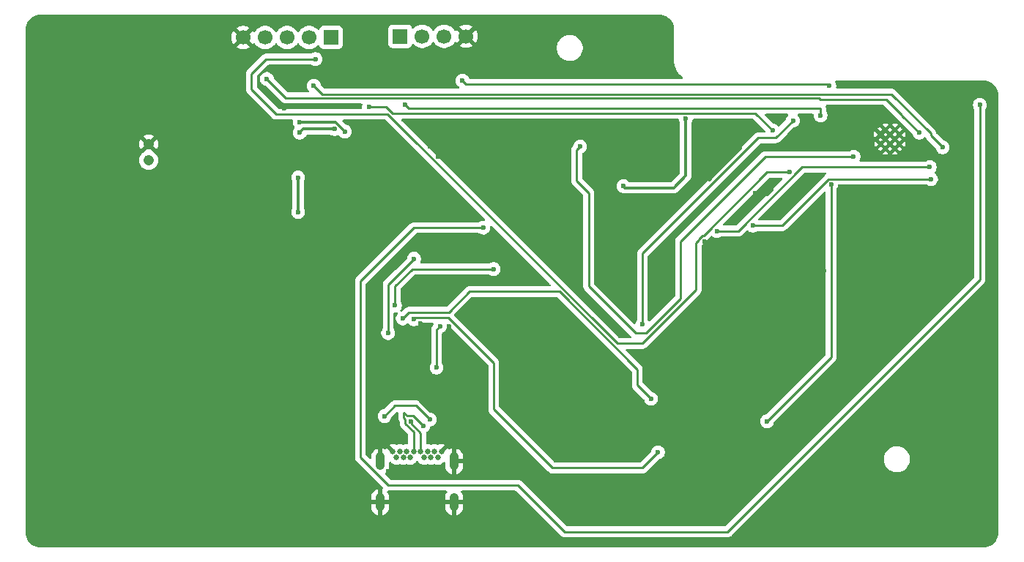
<source format=gbl>
%TF.GenerationSoftware,KiCad,Pcbnew,9.0.2*%
%TF.CreationDate,2025-07-21T02:07:20+05:30*%
%TF.ProjectId,2,322e6b69-6361-4645-9f70-636258585858,rev?*%
%TF.SameCoordinates,Original*%
%TF.FileFunction,Copper,L2,Bot*%
%TF.FilePolarity,Positive*%
%FSLAX46Y46*%
G04 Gerber Fmt 4.6, Leading zero omitted, Abs format (unit mm)*
G04 Created by KiCad (PCBNEW 9.0.2) date 2025-07-21 02:07:20*
%MOMM*%
%LPD*%
G01*
G04 APERTURE LIST*
%TA.AperFunction,ComponentPad*%
%ADD10C,0.650000*%
%TD*%
%TA.AperFunction,ComponentPad*%
%ADD11O,1.050000X2.100000*%
%TD*%
%TA.AperFunction,ComponentPad*%
%ADD12C,0.400000*%
%TD*%
%TA.AperFunction,ComponentPad*%
%ADD13C,0.600000*%
%TD*%
%TA.AperFunction,ComponentPad*%
%ADD14C,1.700000*%
%TD*%
%TA.AperFunction,ComponentPad*%
%ADD15R,1.700000X1.700000*%
%TD*%
%TA.AperFunction,ComponentPad*%
%ADD16C,1.208000*%
%TD*%
%TA.AperFunction,ViaPad*%
%ADD17C,0.600000*%
%TD*%
%TA.AperFunction,Conductor*%
%ADD18C,0.250000*%
%TD*%
%TA.AperFunction,Conductor*%
%ADD19C,0.600000*%
%TD*%
%TA.AperFunction,Conductor*%
%ADD20C,0.300000*%
%TD*%
G04 APERTURE END LIST*
D10*
%TO.P,J1,B1,GNDB1*%
%TO.N,GND*%
X102957500Y-99092500D03*
%TO.P,J1,B2,SSTXP2*%
%TO.N,unconnected-(J1-SSTXP2-PadB2)*%
X102557500Y-99802500D03*
%TO.P,J1,B3,SSTXN2*%
%TO.N,unconnected-(J1-SSTXN2-PadB3)*%
X101757500Y-99802500D03*
%TO.P,J1,B4,VBUSB1*%
%TO.N,/VBUS*%
X101357500Y-99092500D03*
%TO.P,J1,B5,CC2*%
%TO.N,Net-(J1-CC2)*%
X100957500Y-99802500D03*
%TO.P,J1,B6,DP2*%
%TO.N,/USB_DP*%
X100557500Y-99092500D03*
%TO.P,J1,B7,DN2*%
%TO.N,/USB_DN*%
X99757500Y-99092500D03*
%TO.P,J1,B8,SBU2*%
%TO.N,unconnected-(J1-SBU2-PadB8)*%
X99357500Y-99802500D03*
%TO.P,J1,B9,VBUSB2*%
%TO.N,/VBUS*%
X98957500Y-99092500D03*
%TO.P,J1,B10,SSRXN1*%
%TO.N,unconnected-(J1-SSRXN1-PadB10)*%
X98557500Y-99802500D03*
%TO.P,J1,B11,SSRXP1*%
%TO.N,unconnected-(J1-SSRXP1-PadB11)*%
X97757500Y-99802500D03*
%TO.P,J1,B12,GNDB2*%
%TO.N,GND*%
X97357500Y-99092500D03*
%TO.P,J1,G1,GND/SHIELD*%
X102157500Y-99092500D03*
%TO.P,J1,G2,GND/SHIELD*%
X98157500Y-99092500D03*
D11*
%TO.P,J1,S1,GND/SHIELD*%
X95887500Y-100242500D03*
%TO.P,J1,S2,GND/SHIELD*%
X104427500Y-100242500D03*
%TO.P,J1,S3,GND/SHIELD*%
X95887500Y-104972500D03*
%TO.P,J1,S4,GND/SHIELD*%
X104427500Y-104972500D03*
%TD*%
D12*
%TO.P,U5,39,GND*%
%TO.N,GND*%
X155372500Y-64060000D03*
%TO.P,U5,38,GND*%
X154272500Y-64060000D03*
%TO.P,U5,37,GND*%
X155922500Y-63510000D03*
%TO.P,U5,36,GND*%
X154822500Y-63510000D03*
%TO.P,U5,35,GND*%
X153722500Y-63510000D03*
%TO.P,U5,34,GND*%
X155372500Y-62960000D03*
%TO.P,U5,33,GND*%
X154272500Y-62960000D03*
%TO.P,U5,32,GND*%
X155922500Y-62410000D03*
%TO.P,U5,31,GND*%
X154822500Y-62410000D03*
D13*
%TO.P,U5,30,GND*%
X153722500Y-62410000D03*
D12*
%TO.P,U5,29,GND*%
X155372500Y-61860000D03*
%TO.P,U5,28,GND*%
X154272500Y-61860000D03*
%TD*%
D14*
%TO.P,J5,5,Pin_5*%
%TO.N,GND*%
X80040000Y-51197500D03*
%TO.P,J5,4,Pin_4*%
%TO.N,/ESP32 C3/GPIO19*%
X82580000Y-51197500D03*
%TO.P,J5,3,Pin_3*%
%TO.N,/ESP32 C3/GPIO18*%
X85120000Y-51197500D03*
%TO.P,J5,2,Pin_2*%
%TO.N,/ESP32 C3/GPIO 8*%
X87660000Y-51197500D03*
D15*
%TO.P,J5,1,Pin_1*%
%TO.N,+3.3V*%
X90200000Y-51197500D03*
%TD*%
D14*
%TO.P,J4,4,Pin_4*%
%TO.N,GND*%
X105820000Y-51060000D03*
%TO.P,J4,3,Pin_3*%
%TO.N,/ESP32 C3/SCL*%
X103280000Y-51060000D03*
%TO.P,J4,2,Pin_2*%
%TO.N,/ESP32 C3/sDA*%
X100740000Y-51060000D03*
D15*
%TO.P,J4,1,Pin_1*%
%TO.N,+3.3V*%
X98200000Y-51060000D03*
%TD*%
D16*
%TO.P,MK1,OUT*%
%TO.N,Net-(C22-Pad1)*%
X69122500Y-65422500D03*
%TO.P,MK1,GND*%
%TO.N,GND*%
X69122500Y-63522500D03*
%TD*%
D17*
%TO.N,GND*%
X99200000Y-102000000D03*
X100877500Y-105522500D03*
X100262500Y-89937500D03*
X100500000Y-84300000D03*
%TO.N,/USB_DN*%
X100842649Y-96157351D03*
%TO.N,/USB_DP*%
X99400000Y-95600000D03*
%TO.N,GND*%
X143200000Y-70200000D03*
X141421996Y-70978004D03*
X141000000Y-68800000D03*
X139200000Y-69200000D03*
X133922702Y-67522702D03*
X137400000Y-63000000D03*
X95865000Y-97600000D03*
%TO.N,Net-(U3-VBUS)*%
X102800000Y-84600000D03*
X102400000Y-89400000D03*
%TO.N,Net-(U7-IN+)*%
X86400000Y-67400000D03*
X86400000Y-71400000D03*
%TO.N,Net-(U7-IN-)*%
X91800000Y-62079346D03*
X86600000Y-61000000D03*
%TO.N,Net-(C16-Pad2)*%
X90600000Y-61800000D03*
X86600000Y-62200000D03*
%TO.N,/VBUS*%
X101600000Y-95400000D03*
X96400000Y-95000000D03*
%TO.N,GND*%
X103800000Y-97200000D03*
X107800000Y-94800000D03*
X96600000Y-96400000D03*
%TO.N,/ESP32 C3/DTR*%
X128000000Y-99200000D03*
X99800000Y-83800000D03*
%TO.N,GND*%
X139900000Y-79100000D03*
X116300000Y-61300000D03*
%TO.N,/ESP32 C3/Photo C*%
X107800000Y-73200000D03*
X165200000Y-59000000D03*
%TO.N,/ESP32 C3/CS*%
X150600000Y-65000000D03*
X119000000Y-63800000D03*
%TO.N,/ESP32 C3/TX_RX*%
X159557231Y-67584205D03*
X138974000Y-72974000D03*
X99800000Y-76800000D03*
X96806655Y-85393345D03*
%TO.N,/ESP32 C3/RX_TX*%
X159400000Y-66200000D03*
X134800000Y-73600000D03*
X109000000Y-78000000D03*
X97600000Y-82200000D03*
%TO.N,/ESP32 C3/BOOT*%
X140600000Y-95600000D03*
X148000000Y-68200000D03*
%TO.N,/ESP32 C3/MIC_OUT*%
X94600000Y-59200000D03*
X141238500Y-61961500D03*
%TO.N,/ESP32 C3/GPIO 8*%
X88400000Y-53700000D03*
X143200000Y-66800000D03*
%TO.N,/ESP32 C3/SCL*%
X105400000Y-56200000D03*
%TO.N,/ESP32 C3/sDA*%
X98800000Y-59000000D03*
X146800000Y-60200000D03*
%TO.N,/ESP32 C3/SCL*%
X147800000Y-56800000D03*
%TO.N,/ESP32 C3/GPIO18*%
X160900000Y-63900000D03*
X88220000Y-56780000D03*
%TO.N,/ESP32 C3/GPIO19*%
X82800000Y-56000000D03*
X158200000Y-62200000D03*
%TO.N,/ESP32 C3/EN*%
X143600000Y-60800000D03*
X126200000Y-84400000D03*
%TO.N,/ESP32 C3/RTS*%
X127200000Y-93000000D03*
X98500000Y-83700000D03*
%TO.N,GND*%
X128200000Y-75600000D03*
%TO.N,Net-(U4-DO(IO1))*%
X131200000Y-60600000D03*
X124000000Y-68400000D03*
%TO.N,GND*%
X61200000Y-52600000D03*
X142400000Y-60200000D03*
X143440000Y-68760000D03*
X133400000Y-74800000D03*
X152000000Y-86000000D03*
X152400000Y-77000000D03*
X147200000Y-78200000D03*
X138200000Y-78200000D03*
X138600000Y-86800000D03*
X113600000Y-83600000D03*
X111200000Y-83600000D03*
X132400000Y-100600000D03*
X132400000Y-104324000D03*
X120625000Y-102425000D03*
X124000000Y-104304000D03*
X106227500Y-100600000D03*
X102227500Y-104600000D03*
X97055000Y-104972500D03*
X96827500Y-101400000D03*
X91087500Y-103460000D03*
X90827500Y-100400000D03*
X71400000Y-95800000D03*
X77200000Y-95800000D03*
X74200000Y-95800000D03*
X76200000Y-88200000D03*
X74800000Y-85800000D03*
X74200000Y-83600000D03*
X71800000Y-83400000D03*
X66800000Y-80000000D03*
X103800000Y-84600000D03*
X106200000Y-83000000D03*
X106245000Y-65645000D03*
X119800000Y-65800000D03*
X105000000Y-66910000D03*
X102600000Y-64960000D03*
X102600000Y-67560000D03*
X101650000Y-63800000D03*
X91800000Y-66600000D03*
X93200000Y-70200000D03*
X80400000Y-67600000D03*
X84800000Y-59400000D03*
X79000000Y-59800000D03*
X66200000Y-54800000D03*
X64370000Y-49430000D03*
X60800000Y-50600000D03*
X68400000Y-71000000D03*
X56800000Y-106800000D03*
X69200000Y-94200000D03*
X71000000Y-99600000D03*
X75182500Y-107417500D03*
X76200000Y-102600000D03*
%TD*%
D18*
%TO.N,/ESP32 C3/DTR*%
X126200000Y-101000000D02*
X128000000Y-99200000D01*
X109000000Y-94200000D02*
X115800000Y-101000000D01*
X109000000Y-88843991D02*
X109000000Y-94200000D01*
X103756009Y-83600000D02*
X109000000Y-88843991D01*
X100000000Y-83600000D02*
X103756009Y-83600000D01*
X99800000Y-83800000D02*
X100000000Y-83600000D01*
X115800000Y-101000000D02*
X126200000Y-101000000D01*
%TO.N,/USB_DN*%
X99757500Y-96842798D02*
X99757500Y-99092500D01*
X98600000Y-94600000D02*
X98600000Y-95166702D01*
X98774000Y-95340702D02*
X98774000Y-95859298D01*
X98774000Y-95859298D02*
X99757500Y-96842798D01*
X98600000Y-95166702D02*
X98774000Y-95340702D01*
X99659298Y-94974000D02*
X100842649Y-96157351D01*
X98600000Y-94600000D02*
X98974000Y-94974000D01*
X98974000Y-94974000D02*
X99659298Y-94974000D01*
%TO.N,/VBUS*%
X97600000Y-93800000D02*
X96400000Y-95000000D01*
X100000000Y-93800000D02*
X97600000Y-93800000D01*
X101600000Y-95400000D02*
X100000000Y-93800000D01*
%TO.N,/USB_DN*%
X100842649Y-96157351D02*
X100885298Y-96200000D01*
%TO.N,/USB_DP*%
X100557500Y-96957500D02*
X99400000Y-95800000D01*
X99400000Y-95800000D02*
X99400000Y-95600000D01*
X100557500Y-99092500D02*
X100557500Y-96957500D01*
D19*
%TO.N,GND*%
X142200000Y-70200000D02*
X143200000Y-70200000D01*
X141421996Y-70978004D02*
X142200000Y-70200000D01*
X140600000Y-69200000D02*
X141000000Y-68800000D01*
X139200000Y-69200000D02*
X140600000Y-69200000D01*
X137400000Y-64000000D02*
X137400000Y-63000000D01*
X133922702Y-67522702D02*
X133922702Y-67477298D01*
X133922702Y-67477298D02*
X137400000Y-64000000D01*
D18*
%TO.N,Net-(U3-VBUS)*%
X102400000Y-85000000D02*
X102800000Y-84600000D01*
X102400000Y-89400000D02*
X102400000Y-85000000D01*
D20*
%TO.N,Net-(U7-IN+)*%
X86400000Y-71400000D02*
X86400000Y-67400000D01*
%TO.N,Net-(U7-IN-)*%
X90720654Y-61000000D02*
X91800000Y-62079346D01*
X86600000Y-61000000D02*
X90720654Y-61000000D01*
%TO.N,Net-(C16-Pad2)*%
X87000000Y-61800000D02*
X90600000Y-61800000D01*
X86600000Y-62200000D02*
X87000000Y-61800000D01*
D18*
%TO.N,/ESP32 C3/GPIO19*%
X146800000Y-58374000D02*
X146626000Y-58200000D01*
X154374000Y-58374000D02*
X146800000Y-58374000D01*
X156160000Y-60160000D02*
X154374000Y-58374000D01*
X146626000Y-58200000D02*
X85000000Y-58200000D01*
X85000000Y-58200000D02*
X82800000Y-56000000D01*
X158200000Y-62200000D02*
X156200000Y-60200000D01*
%TO.N,/ESP32 C3/Photo C*%
X165200000Y-79200000D02*
X165200000Y-59000000D01*
X117200000Y-108400000D02*
X136000000Y-108400000D01*
X111800000Y-103000000D02*
X117200000Y-108400000D01*
X136000000Y-108400000D02*
X165200000Y-79200000D01*
X96845794Y-103000000D02*
X111800000Y-103000000D01*
X93600000Y-99754206D02*
X96845794Y-103000000D01*
X93600000Y-79400000D02*
X93600000Y-99754206D01*
X107800000Y-73200000D02*
X99800000Y-73200000D01*
X99800000Y-73200000D02*
X93600000Y-79400000D01*
%TO.N,/ESP32 C3/RTS*%
X125600000Y-91400000D02*
X127200000Y-93000000D01*
X125600000Y-89600000D02*
X125600000Y-91400000D01*
X116600000Y-80600000D02*
X125600000Y-89600000D01*
X106200000Y-80600000D02*
X116600000Y-80600000D01*
X103800000Y-83000000D02*
X106200000Y-80600000D01*
X99200000Y-83000000D02*
X103800000Y-83000000D01*
X98500000Y-83700000D02*
X99200000Y-83000000D01*
%TO.N,/ESP32 C3/CS*%
X140400000Y-65000000D02*
X150600000Y-65000000D01*
X130600000Y-74800000D02*
X140400000Y-65000000D01*
X125400000Y-85400000D02*
X126600000Y-85400000D01*
X118600000Y-67800000D02*
X120000000Y-69200000D01*
X120000000Y-69200000D02*
X120000000Y-80000000D01*
X118600000Y-64200000D02*
X118600000Y-67800000D01*
X120000000Y-80000000D02*
X125400000Y-85400000D01*
X119000000Y-63800000D02*
X118600000Y-64200000D01*
X126600000Y-85400000D02*
X130600000Y-81400000D01*
X130600000Y-81400000D02*
X130600000Y-74800000D01*
%TO.N,/ESP32 C3/GPIO 8*%
X82700000Y-53700000D02*
X88400000Y-53700000D01*
X81000000Y-55400000D02*
X82700000Y-53700000D01*
X81000000Y-57200000D02*
X81000000Y-55400000D01*
X83876000Y-60076000D02*
X81000000Y-57200000D01*
X96759991Y-60076000D02*
X83876000Y-60076000D01*
X123283991Y-86600000D02*
X96759991Y-60076000D01*
X126200000Y-86600000D02*
X123283991Y-86600000D01*
X132400000Y-75000000D02*
X132400000Y-80400000D01*
X132724000Y-74676000D02*
X132400000Y-75000000D01*
X132724000Y-74519991D02*
X132724000Y-74676000D01*
X133119991Y-74124000D02*
X132724000Y-74519991D01*
X133276000Y-74124000D02*
X133119991Y-74124000D01*
X143200000Y-66800000D02*
X140600000Y-66800000D01*
X140600000Y-66800000D02*
X133276000Y-74124000D01*
X132400000Y-80400000D02*
X126200000Y-86600000D01*
%TO.N,/ESP32 C3/TX_RX*%
X147740702Y-67574000D02*
X159574000Y-67574000D01*
X142340702Y-72974000D02*
X147740702Y-67574000D01*
X138974000Y-72974000D02*
X142340702Y-72974000D01*
X96806655Y-79793345D02*
X99800000Y-76800000D01*
X96806655Y-85393345D02*
X96806655Y-79793345D01*
%TO.N,/ESP32 C3/RX_TX*%
X144685298Y-66200000D02*
X159400000Y-66200000D01*
X137285298Y-73600000D02*
X144685298Y-66200000D01*
X134800000Y-73600000D02*
X137285298Y-73600000D01*
X99600000Y-78000000D02*
X109000000Y-78000000D01*
X97600000Y-80000000D02*
X99600000Y-78000000D01*
X97600000Y-82200000D02*
X97600000Y-80000000D01*
%TO.N,/ESP32 C3/GPIO18*%
X159546810Y-62546810D02*
X160900000Y-63900000D01*
X154986810Y-57749000D02*
X159546810Y-62309000D01*
X89189000Y-57749000D02*
X154986810Y-57749000D01*
X159546810Y-62309000D02*
X159546810Y-62546810D01*
X88220000Y-56780000D02*
X89189000Y-57749000D01*
%TO.N,/ESP32 C3/BOOT*%
X148000000Y-88200000D02*
X140600000Y-95600000D01*
X148000000Y-68200000D02*
X148000000Y-88200000D01*
%TO.N,/ESP32 C3/MIC_OUT*%
X96521801Y-59200000D02*
X94600000Y-59200000D01*
X97295801Y-59974000D02*
X96521801Y-59200000D01*
X139251000Y-59974000D02*
X97295801Y-59974000D01*
X141238500Y-61961500D02*
X139251000Y-59974000D01*
%TO.N,/ESP32 C3/GPIO 8*%
X88400000Y-53700000D02*
X88500000Y-53700000D01*
%TO.N,/ESP32 C3/SCL*%
X147600000Y-56600000D02*
X147800000Y-56800000D01*
X105800000Y-56600000D02*
X147600000Y-56600000D01*
X105400000Y-56200000D02*
X105800000Y-56600000D01*
%TO.N,/ESP32 C3/sDA*%
X99400000Y-59400000D02*
X99200000Y-59400000D01*
X146800000Y-59400000D02*
X99400000Y-59400000D01*
X99200000Y-59400000D02*
X98800000Y-59000000D01*
X146800000Y-60200000D02*
X146800000Y-59400000D01*
%TO.N,/ESP32 C3/EN*%
X126200000Y-76200000D02*
X126200000Y-84400000D01*
X141600000Y-62800000D02*
X139600000Y-62800000D01*
X143600000Y-60800000D02*
X141600000Y-62800000D01*
X139600000Y-62800000D02*
X126200000Y-76200000D01*
%TO.N,/ESP32 C3/RTS*%
X98600000Y-83800000D02*
X98500000Y-83700000D01*
D20*
%TO.N,Net-(U4-DO(IO1))*%
X131200000Y-67200000D02*
X131200000Y-60600000D01*
X124200000Y-68600000D02*
X129800000Y-68600000D01*
X124000000Y-68400000D02*
X124200000Y-68600000D01*
X129800000Y-68600000D02*
X131200000Y-67200000D01*
%TD*%
%TA.AperFunction,Conductor*%
%TO.N,GND*%
G36*
X128179418Y-48560816D02*
G01*
X128408020Y-48577165D01*
X128425529Y-48579683D01*
X128645144Y-48627458D01*
X128662103Y-48632437D01*
X128872694Y-48710983D01*
X128888777Y-48718327D01*
X129086036Y-48826040D01*
X129100919Y-48835605D01*
X129280836Y-48970289D01*
X129294207Y-48981875D01*
X129453124Y-49140792D01*
X129464710Y-49154163D01*
X129599394Y-49334080D01*
X129608959Y-49348963D01*
X129716669Y-49546217D01*
X129724019Y-49562311D01*
X129781307Y-49715909D01*
X129802559Y-49772887D01*
X129807543Y-49789862D01*
X129855316Y-50009470D01*
X129857834Y-50026982D01*
X129874184Y-50255581D01*
X129874500Y-50264427D01*
X129874500Y-53832405D01*
X129874500Y-53880000D01*
X129874500Y-54019155D01*
X129908046Y-54295435D01*
X129951007Y-54469735D01*
X129974651Y-54565662D01*
X130073341Y-54825884D01*
X130119663Y-54914142D01*
X130202677Y-55072311D01*
X130360774Y-55301355D01*
X130545327Y-55509673D01*
X130753645Y-55694226D01*
X130777153Y-55710452D01*
X130832202Y-55748450D01*
X130876192Y-55802733D01*
X130883852Y-55872181D01*
X130852749Y-55934746D01*
X130792758Y-55970564D01*
X130761762Y-55974500D01*
X106255904Y-55974500D01*
X106188865Y-55954815D01*
X106143110Y-55902011D01*
X106141343Y-55897952D01*
X106109397Y-55820827D01*
X106109390Y-55820814D01*
X106021789Y-55689711D01*
X106021786Y-55689707D01*
X105910292Y-55578213D01*
X105910288Y-55578210D01*
X105779185Y-55490609D01*
X105779172Y-55490602D01*
X105633501Y-55430264D01*
X105633489Y-55430261D01*
X105478845Y-55399500D01*
X105478842Y-55399500D01*
X105321158Y-55399500D01*
X105321155Y-55399500D01*
X105166510Y-55430261D01*
X105166498Y-55430264D01*
X105020827Y-55490602D01*
X105020814Y-55490609D01*
X104889711Y-55578210D01*
X104889707Y-55578213D01*
X104778213Y-55689707D01*
X104778210Y-55689711D01*
X104690609Y-55820814D01*
X104690602Y-55820827D01*
X104630264Y-55966498D01*
X104630261Y-55966510D01*
X104599500Y-56121153D01*
X104599500Y-56278846D01*
X104630261Y-56433489D01*
X104630264Y-56433501D01*
X104690602Y-56579172D01*
X104690609Y-56579185D01*
X104778210Y-56710288D01*
X104778213Y-56710292D01*
X104889707Y-56821786D01*
X104889711Y-56821789D01*
X105001370Y-56896398D01*
X105046175Y-56950010D01*
X105054882Y-57019335D01*
X105024727Y-57082363D01*
X104965284Y-57119082D01*
X104932479Y-57123500D01*
X89499452Y-57123500D01*
X89432413Y-57103815D01*
X89411771Y-57087181D01*
X89045793Y-56721203D01*
X89012308Y-56659880D01*
X89011887Y-56657864D01*
X88989737Y-56546503D01*
X88948124Y-56446040D01*
X88929397Y-56400827D01*
X88929390Y-56400814D01*
X88841789Y-56269711D01*
X88841786Y-56269707D01*
X88730292Y-56158213D01*
X88730288Y-56158210D01*
X88599185Y-56070609D01*
X88599172Y-56070602D01*
X88453501Y-56010264D01*
X88453489Y-56010261D01*
X88298845Y-55979500D01*
X88298842Y-55979500D01*
X88141158Y-55979500D01*
X88141155Y-55979500D01*
X87986510Y-56010261D01*
X87986498Y-56010264D01*
X87840827Y-56070602D01*
X87840814Y-56070609D01*
X87709711Y-56158210D01*
X87709707Y-56158213D01*
X87598213Y-56269707D01*
X87598210Y-56269711D01*
X87510609Y-56400814D01*
X87510602Y-56400827D01*
X87450264Y-56546498D01*
X87450261Y-56546510D01*
X87419500Y-56701153D01*
X87419500Y-56858846D01*
X87450261Y-57013489D01*
X87450264Y-57013501D01*
X87510602Y-57159172D01*
X87510609Y-57159185D01*
X87598210Y-57290288D01*
X87598213Y-57290292D01*
X87670740Y-57362819D01*
X87704225Y-57424142D01*
X87699241Y-57493834D01*
X87657369Y-57549767D01*
X87591905Y-57574184D01*
X87583059Y-57574500D01*
X85310452Y-57574500D01*
X85243413Y-57554815D01*
X85222771Y-57538181D01*
X83625793Y-55941203D01*
X83592308Y-55879880D01*
X83591887Y-55877864D01*
X83569737Y-55766503D01*
X83533762Y-55679650D01*
X83509397Y-55620827D01*
X83509390Y-55620814D01*
X83421789Y-55489711D01*
X83421786Y-55489707D01*
X83310292Y-55378213D01*
X83310288Y-55378210D01*
X83179185Y-55290609D01*
X83179172Y-55290602D01*
X83033501Y-55230264D01*
X83033489Y-55230261D01*
X82878845Y-55199500D01*
X82878842Y-55199500D01*
X82721158Y-55199500D01*
X82721155Y-55199500D01*
X82566510Y-55230261D01*
X82566498Y-55230264D01*
X82420827Y-55290602D01*
X82420814Y-55290609D01*
X82289711Y-55378210D01*
X82289707Y-55378213D01*
X82178213Y-55489707D01*
X82178210Y-55489711D01*
X82090609Y-55620814D01*
X82090602Y-55620827D01*
X82030264Y-55766498D01*
X82030261Y-55766510D01*
X81999500Y-55921153D01*
X81999500Y-56078846D01*
X82030261Y-56233489D01*
X82030264Y-56233501D01*
X82090602Y-56379172D01*
X82090609Y-56379185D01*
X82178210Y-56510288D01*
X82178213Y-56510292D01*
X82289707Y-56621786D01*
X82289711Y-56621789D01*
X82420814Y-56709390D01*
X82420827Y-56709397D01*
X82508230Y-56745599D01*
X82566503Y-56769737D01*
X82677716Y-56791858D01*
X82739623Y-56824241D01*
X82741203Y-56825793D01*
X84514139Y-58598729D01*
X84514142Y-58598733D01*
X84601267Y-58685858D01*
X84678190Y-58737256D01*
X84683990Y-58741132D01*
X84683993Y-58741134D01*
X84703710Y-58754309D01*
X84703713Y-58754311D01*
X84703715Y-58754312D01*
X84748186Y-58772732D01*
X84748187Y-58772733D01*
X84748188Y-58772733D01*
X84817548Y-58801463D01*
X84861755Y-58810256D01*
X84938391Y-58825499D01*
X84938392Y-58825500D01*
X84938393Y-58825500D01*
X84938394Y-58825500D01*
X93707216Y-58825500D01*
X93774255Y-58845185D01*
X93820010Y-58897989D01*
X93829954Y-58967147D01*
X93828833Y-58973692D01*
X93799500Y-59121155D01*
X93799500Y-59278841D01*
X93804168Y-59302310D01*
X93797940Y-59371901D01*
X93755076Y-59427078D01*
X93689186Y-59450322D01*
X93682550Y-59450500D01*
X84186452Y-59450500D01*
X84119413Y-59430815D01*
X84098771Y-59414181D01*
X81661819Y-56977229D01*
X81628334Y-56915906D01*
X81625500Y-56889548D01*
X81625500Y-55710452D01*
X81645185Y-55643413D01*
X81661819Y-55622771D01*
X82922771Y-54361819D01*
X82984094Y-54328334D01*
X83010452Y-54325500D01*
X87857650Y-54325500D01*
X87924689Y-54345185D01*
X87926541Y-54346398D01*
X88020821Y-54409394D01*
X88020823Y-54409395D01*
X88020827Y-54409397D01*
X88166498Y-54469735D01*
X88166503Y-54469737D01*
X88321153Y-54500499D01*
X88321156Y-54500500D01*
X88321158Y-54500500D01*
X88478844Y-54500500D01*
X88478845Y-54500499D01*
X88633497Y-54469737D01*
X88779179Y-54409394D01*
X88910289Y-54321789D01*
X89021789Y-54210289D01*
X89109394Y-54079179D01*
X89169737Y-53933497D01*
X89200500Y-53778842D01*
X89200500Y-53621158D01*
X89200500Y-53621155D01*
X89200499Y-53621153D01*
X89169738Y-53466510D01*
X89169737Y-53466503D01*
X89132876Y-53377511D01*
X89109397Y-53320827D01*
X89109390Y-53320814D01*
X89021789Y-53189711D01*
X89021786Y-53189707D01*
X88910292Y-53078213D01*
X88910288Y-53078210D01*
X88779185Y-52990609D01*
X88779172Y-52990602D01*
X88633501Y-52930264D01*
X88633489Y-52930261D01*
X88478845Y-52899500D01*
X88478842Y-52899500D01*
X88321158Y-52899500D01*
X88321155Y-52899500D01*
X88166510Y-52930261D01*
X88166498Y-52930264D01*
X88020827Y-52990602D01*
X88020815Y-52990609D01*
X87926541Y-53053602D01*
X87859864Y-53074480D01*
X87857650Y-53074500D01*
X82638389Y-53074500D01*
X82577971Y-53086518D01*
X82540259Y-53094019D01*
X82517550Y-53098536D01*
X82517548Y-53098537D01*
X82484207Y-53112347D01*
X82403719Y-53145684D01*
X82403705Y-53145692D01*
X82301272Y-53214138D01*
X82301264Y-53214144D01*
X80514144Y-55001264D01*
X80514138Y-55001272D01*
X80445690Y-55103708D01*
X80445688Y-55103713D01*
X80420553Y-55164396D01*
X80398538Y-55217544D01*
X80398535Y-55217556D01*
X80374500Y-55338389D01*
X80374500Y-57261611D01*
X80398535Y-57382444D01*
X80398540Y-57382461D01*
X80445684Y-57496278D01*
X80445687Y-57496285D01*
X80454448Y-57509395D01*
X80454449Y-57509397D01*
X80514141Y-57598732D01*
X80514144Y-57598736D01*
X80605586Y-57690178D01*
X80605608Y-57690198D01*
X83387016Y-60471606D01*
X83387045Y-60471637D01*
X83477263Y-60561855D01*
X83477267Y-60561858D01*
X83579707Y-60630307D01*
X83579713Y-60630310D01*
X83579714Y-60630311D01*
X83693548Y-60677463D01*
X83735754Y-60685858D01*
X83814391Y-60701499D01*
X83814392Y-60701500D01*
X83814393Y-60701500D01*
X83814394Y-60701500D01*
X85692098Y-60701500D01*
X85759137Y-60721185D01*
X85804892Y-60773989D01*
X85814836Y-60843147D01*
X85813715Y-60849691D01*
X85799500Y-60921153D01*
X85799500Y-61078846D01*
X85830261Y-61233489D01*
X85830264Y-61233501D01*
X85890602Y-61379172D01*
X85890609Y-61379185D01*
X85978210Y-61510288D01*
X85978213Y-61510292D01*
X85980240Y-61512319D01*
X85980962Y-61513642D01*
X85982076Y-61514999D01*
X85981818Y-61515210D01*
X86013725Y-61573642D01*
X86008741Y-61643334D01*
X85982001Y-61684939D01*
X85982076Y-61685001D01*
X85981552Y-61685639D01*
X85980240Y-61687681D01*
X85978213Y-61689707D01*
X85978210Y-61689711D01*
X85890609Y-61820814D01*
X85890602Y-61820827D01*
X85830264Y-61966498D01*
X85830261Y-61966510D01*
X85799500Y-62121153D01*
X85799500Y-62278846D01*
X85830261Y-62433489D01*
X85830264Y-62433501D01*
X85890602Y-62579172D01*
X85890609Y-62579185D01*
X85978210Y-62710288D01*
X85978213Y-62710292D01*
X86089707Y-62821786D01*
X86089711Y-62821789D01*
X86220814Y-62909390D01*
X86220827Y-62909397D01*
X86342998Y-62960001D01*
X86366503Y-62969737D01*
X86516131Y-62999500D01*
X86521153Y-63000499D01*
X86521156Y-63000500D01*
X86521158Y-63000500D01*
X86678844Y-63000500D01*
X86678845Y-63000499D01*
X86833497Y-62969737D01*
X86979179Y-62909394D01*
X87110289Y-62821789D01*
X87221789Y-62710289D01*
X87309394Y-62579179D01*
X87330987Y-62527047D01*
X87374827Y-62472644D01*
X87441121Y-62450579D01*
X87445548Y-62450500D01*
X90095065Y-62450500D01*
X90162104Y-62470185D01*
X90163909Y-62471366D01*
X90220821Y-62509394D01*
X90220823Y-62509395D01*
X90220827Y-62509397D01*
X90350023Y-62562911D01*
X90366503Y-62569737D01*
X90521153Y-62600499D01*
X90521156Y-62600500D01*
X90521158Y-62600500D01*
X90678844Y-62600500D01*
X90678845Y-62600499D01*
X90833497Y-62569737D01*
X90979179Y-62509394D01*
X90979184Y-62509390D01*
X90984546Y-62506525D01*
X90985512Y-62508333D01*
X91043232Y-62490233D01*
X91110620Y-62508688D01*
X91148601Y-62545321D01*
X91178210Y-62589634D01*
X91178213Y-62589638D01*
X91289707Y-62701132D01*
X91289711Y-62701135D01*
X91420814Y-62788736D01*
X91420827Y-62788743D01*
X91500611Y-62821790D01*
X91566503Y-62849083D01*
X91696957Y-62875032D01*
X91721153Y-62879845D01*
X91721156Y-62879846D01*
X91721158Y-62879846D01*
X91878844Y-62879846D01*
X91878845Y-62879845D01*
X92033497Y-62849083D01*
X92179179Y-62788740D01*
X92310289Y-62701135D01*
X92421789Y-62589635D01*
X92509394Y-62458525D01*
X92569737Y-62312843D01*
X92600500Y-62158188D01*
X92600500Y-62000504D01*
X92600500Y-62000501D01*
X92600499Y-62000499D01*
X92589453Y-61944968D01*
X92569737Y-61845849D01*
X92523644Y-61734570D01*
X92509397Y-61700173D01*
X92509390Y-61700160D01*
X92421789Y-61569057D01*
X92421786Y-61569053D01*
X92310292Y-61457559D01*
X92310288Y-61457556D01*
X92179185Y-61369955D01*
X92179172Y-61369948D01*
X92033501Y-61309610D01*
X92033489Y-61309607D01*
X91966420Y-61296266D01*
X91904509Y-61263881D01*
X91902930Y-61262330D01*
X91553781Y-60913181D01*
X91520296Y-60851858D01*
X91525280Y-60782166D01*
X91567152Y-60726233D01*
X91632616Y-60701816D01*
X91641462Y-60701500D01*
X96449539Y-60701500D01*
X96516578Y-60721185D01*
X96537220Y-60737819D01*
X107989325Y-72189925D01*
X108022810Y-72251248D01*
X108017826Y-72320940D01*
X107975954Y-72376873D01*
X107910490Y-72401290D01*
X107884946Y-72399691D01*
X107884907Y-72400097D01*
X107878845Y-72399500D01*
X107878842Y-72399500D01*
X107721158Y-72399500D01*
X107721155Y-72399500D01*
X107566510Y-72430261D01*
X107566498Y-72430264D01*
X107420827Y-72490602D01*
X107420815Y-72490609D01*
X107326541Y-72553602D01*
X107259864Y-72574480D01*
X107257650Y-72574500D01*
X99738389Y-72574500D01*
X99677971Y-72586518D01*
X99640259Y-72594019D01*
X99617550Y-72598536D01*
X99617548Y-72598537D01*
X99584207Y-72612347D01*
X99503718Y-72645685D01*
X99503709Y-72645690D01*
X99462230Y-72673407D01*
X99462227Y-72673409D01*
X99455785Y-72677714D01*
X99401267Y-72714142D01*
X99314142Y-72801267D01*
X99314139Y-72801270D01*
X99311006Y-72804402D01*
X99310999Y-72804409D01*
X93114141Y-79001267D01*
X93114138Y-79001271D01*
X93103267Y-79017543D01*
X93103263Y-79017549D01*
X93045688Y-79103714D01*
X93045686Y-79103716D01*
X93045686Y-79103718D01*
X93045685Y-79103719D01*
X92998540Y-79217538D01*
X92998535Y-79217554D01*
X92980647Y-79307488D01*
X92980647Y-79307489D01*
X92974500Y-79338391D01*
X92974500Y-99815817D01*
X92998535Y-99936650D01*
X92998540Y-99936667D01*
X93045685Y-100050486D01*
X93045687Y-100050489D01*
X93045688Y-100050492D01*
X93079915Y-100101715D01*
X93114142Y-100152939D01*
X93201267Y-100240064D01*
X93201270Y-100240066D01*
X93208554Y-100247350D01*
X96192796Y-103231592D01*
X96226281Y-103292915D01*
X96221297Y-103362607D01*
X96182461Y-103414483D01*
X96182836Y-103414940D01*
X96180979Y-103416463D01*
X96179425Y-103418540D01*
X96177636Y-103419207D01*
X96137500Y-103452146D01*
X96137500Y-104462882D01*
X96087054Y-104412436D01*
X96012945Y-104369649D01*
X95930287Y-104347500D01*
X95844713Y-104347500D01*
X95762055Y-104369649D01*
X95687946Y-104412436D01*
X95637500Y-104462882D01*
X95637500Y-103452146D01*
X95637499Y-103452145D01*
X95588522Y-103461888D01*
X95588515Y-103461890D01*
X95401986Y-103539152D01*
X95401973Y-103539159D01*
X95234100Y-103651329D01*
X95234096Y-103651332D01*
X95091332Y-103794096D01*
X95091329Y-103794100D01*
X94979159Y-103961973D01*
X94979152Y-103961986D01*
X94901890Y-104148516D01*
X94901887Y-104148525D01*
X94862500Y-104346541D01*
X94862500Y-104722500D01*
X95562500Y-104722500D01*
X95562500Y-105222500D01*
X94862500Y-105222500D01*
X94862500Y-105598458D01*
X94901887Y-105796474D01*
X94901890Y-105796483D01*
X94979152Y-105983013D01*
X94979159Y-105983026D01*
X95091329Y-106150899D01*
X95091332Y-106150903D01*
X95234096Y-106293667D01*
X95234100Y-106293670D01*
X95401973Y-106405840D01*
X95401986Y-106405847D01*
X95588516Y-106483109D01*
X95588525Y-106483112D01*
X95637500Y-106492853D01*
X95637500Y-105482118D01*
X95687946Y-105532564D01*
X95762055Y-105575351D01*
X95844713Y-105597500D01*
X95930287Y-105597500D01*
X96012945Y-105575351D01*
X96087054Y-105532564D01*
X96137500Y-105482118D01*
X96137500Y-106492852D01*
X96186474Y-106483112D01*
X96186483Y-106483109D01*
X96373013Y-106405847D01*
X96373026Y-106405840D01*
X96540899Y-106293670D01*
X96540903Y-106293667D01*
X96683667Y-106150903D01*
X96683670Y-106150899D01*
X96795840Y-105983026D01*
X96795847Y-105983013D01*
X96873109Y-105796483D01*
X96873112Y-105796474D01*
X96912499Y-105598458D01*
X96912500Y-105598455D01*
X96912500Y-105222500D01*
X96212500Y-105222500D01*
X96212500Y-104722500D01*
X96912500Y-104722500D01*
X96912500Y-104346545D01*
X96912499Y-104346541D01*
X96873112Y-104148525D01*
X96873109Y-104148516D01*
X96795847Y-103961986D01*
X96795840Y-103961973D01*
X96699901Y-103818391D01*
X96679023Y-103751714D01*
X96697507Y-103684333D01*
X96749486Y-103637643D01*
X96803003Y-103625500D01*
X103511997Y-103625500D01*
X103579036Y-103645185D01*
X103624791Y-103697989D01*
X103634735Y-103767147D01*
X103615099Y-103818391D01*
X103519159Y-103961973D01*
X103519152Y-103961986D01*
X103441890Y-104148516D01*
X103441887Y-104148525D01*
X103402500Y-104346541D01*
X103402500Y-104722500D01*
X104102500Y-104722500D01*
X104102500Y-105222500D01*
X103402500Y-105222500D01*
X103402500Y-105598458D01*
X103441887Y-105796474D01*
X103441890Y-105796483D01*
X103519152Y-105983013D01*
X103519159Y-105983026D01*
X103631329Y-106150899D01*
X103631332Y-106150903D01*
X103774096Y-106293667D01*
X103774100Y-106293670D01*
X103941973Y-106405840D01*
X103941986Y-106405847D01*
X104128516Y-106483109D01*
X104128525Y-106483112D01*
X104177500Y-106492853D01*
X104177500Y-105482118D01*
X104227946Y-105532564D01*
X104302055Y-105575351D01*
X104384713Y-105597500D01*
X104470287Y-105597500D01*
X104552945Y-105575351D01*
X104627054Y-105532564D01*
X104677500Y-105482118D01*
X104677500Y-106492852D01*
X104726474Y-106483112D01*
X104726483Y-106483109D01*
X104913013Y-106405847D01*
X104913026Y-106405840D01*
X105080899Y-106293670D01*
X105080903Y-106293667D01*
X105223667Y-106150903D01*
X105223670Y-106150899D01*
X105335840Y-105983026D01*
X105335847Y-105983013D01*
X105413109Y-105796483D01*
X105413112Y-105796474D01*
X105452499Y-105598458D01*
X105452500Y-105598455D01*
X105452500Y-105222500D01*
X104752500Y-105222500D01*
X104752500Y-104722500D01*
X105452500Y-104722500D01*
X105452500Y-104346545D01*
X105452499Y-104346541D01*
X105413112Y-104148525D01*
X105413109Y-104148516D01*
X105335847Y-103961986D01*
X105335840Y-103961973D01*
X105239901Y-103818391D01*
X105219023Y-103751714D01*
X105237507Y-103684333D01*
X105289486Y-103637643D01*
X105343003Y-103625500D01*
X111489548Y-103625500D01*
X111556587Y-103645185D01*
X111577229Y-103661819D01*
X116711016Y-108795606D01*
X116711045Y-108795637D01*
X116801263Y-108885855D01*
X116801267Y-108885858D01*
X116903707Y-108954307D01*
X116903711Y-108954309D01*
X116903714Y-108954311D01*
X117017548Y-109001463D01*
X117077971Y-109013481D01*
X117138393Y-109025500D01*
X136061607Y-109025500D01*
X136122029Y-109013481D01*
X136182452Y-109001463D01*
X136215792Y-108987652D01*
X136296286Y-108954312D01*
X136347509Y-108920084D01*
X136398733Y-108885858D01*
X136485858Y-108798733D01*
X136485859Y-108798731D01*
X136492925Y-108791665D01*
X136492928Y-108791661D01*
X145402687Y-99881902D01*
X154099500Y-99881902D01*
X154099500Y-100118097D01*
X154136446Y-100351368D01*
X154209433Y-100575996D01*
X154235931Y-100628000D01*
X154316657Y-100786433D01*
X154455483Y-100977510D01*
X154622490Y-101144517D01*
X154813567Y-101283343D01*
X154912991Y-101334002D01*
X155024003Y-101390566D01*
X155024005Y-101390566D01*
X155024008Y-101390568D01*
X155117357Y-101420899D01*
X155248631Y-101463553D01*
X155481903Y-101500500D01*
X155481908Y-101500500D01*
X155718097Y-101500500D01*
X155951368Y-101463553D01*
X156175992Y-101390568D01*
X156386433Y-101283343D01*
X156577510Y-101144517D01*
X156744517Y-100977510D01*
X156883343Y-100786433D01*
X156990568Y-100575992D01*
X157063553Y-100351368D01*
X157080796Y-100242500D01*
X157100500Y-100118097D01*
X157100500Y-99881902D01*
X157063553Y-99648631D01*
X156993651Y-99433497D01*
X156990568Y-99424008D01*
X156990566Y-99424005D01*
X156990566Y-99424003D01*
X156883342Y-99213566D01*
X156744517Y-99022490D01*
X156577510Y-98855483D01*
X156386433Y-98716657D01*
X156375470Y-98711071D01*
X156175996Y-98609433D01*
X155951368Y-98536446D01*
X155718097Y-98499500D01*
X155718092Y-98499500D01*
X155481908Y-98499500D01*
X155481903Y-98499500D01*
X155248631Y-98536446D01*
X155024003Y-98609433D01*
X154813566Y-98716657D01*
X154719591Y-98784935D01*
X154622490Y-98855483D01*
X154622488Y-98855485D01*
X154622487Y-98855485D01*
X154455485Y-99022487D01*
X154455485Y-99022488D01*
X154455483Y-99022490D01*
X154420275Y-99070950D01*
X154316657Y-99213566D01*
X154209433Y-99424003D01*
X154136446Y-99648631D01*
X154099500Y-99881902D01*
X145402687Y-99881902D01*
X165598729Y-79685860D01*
X165598733Y-79685858D01*
X165685858Y-79598733D01*
X165720084Y-79547509D01*
X165754312Y-79496286D01*
X165801463Y-79382451D01*
X165825500Y-79261607D01*
X165825500Y-79138393D01*
X165825500Y-59542350D01*
X165845185Y-59475311D01*
X165846398Y-59473459D01*
X165886006Y-59414181D01*
X165909394Y-59379179D01*
X165969737Y-59233497D01*
X166000500Y-59078842D01*
X166000500Y-58921158D01*
X166000500Y-58921155D01*
X166000499Y-58921153D01*
X165978440Y-58810256D01*
X165969737Y-58766503D01*
X165936333Y-58685858D01*
X165909397Y-58620827D01*
X165909390Y-58620814D01*
X165821789Y-58489711D01*
X165821786Y-58489707D01*
X165710292Y-58378213D01*
X165710288Y-58378210D01*
X165579185Y-58290609D01*
X165579172Y-58290602D01*
X165433501Y-58230264D01*
X165433489Y-58230261D01*
X165278845Y-58199500D01*
X165278842Y-58199500D01*
X165121158Y-58199500D01*
X165121155Y-58199500D01*
X164966510Y-58230261D01*
X164966498Y-58230264D01*
X164820827Y-58290602D01*
X164820814Y-58290609D01*
X164689711Y-58378210D01*
X164689707Y-58378213D01*
X164578213Y-58489707D01*
X164578210Y-58489711D01*
X164490609Y-58620814D01*
X164490602Y-58620827D01*
X164430264Y-58766498D01*
X164430261Y-58766510D01*
X164399500Y-58921153D01*
X164399500Y-59078846D01*
X164430261Y-59233489D01*
X164430264Y-59233501D01*
X164490602Y-59379172D01*
X164490609Y-59379184D01*
X164553602Y-59473459D01*
X164574480Y-59540136D01*
X164574500Y-59542350D01*
X164574500Y-78889548D01*
X164554815Y-78956587D01*
X164538181Y-78977229D01*
X135777229Y-107738181D01*
X135715906Y-107771666D01*
X135689548Y-107774500D01*
X117510452Y-107774500D01*
X117443413Y-107754815D01*
X117422771Y-107738181D01*
X112293150Y-102608560D01*
X112285860Y-102601270D01*
X112285858Y-102601267D01*
X112198733Y-102514142D01*
X112147509Y-102479915D01*
X112096286Y-102445688D01*
X112096283Y-102445686D01*
X112096280Y-102445685D01*
X112022603Y-102415168D01*
X112022601Y-102415167D01*
X112015792Y-102412347D01*
X111982452Y-102398537D01*
X111922029Y-102386518D01*
X111917306Y-102385578D01*
X111917304Y-102385578D01*
X111861610Y-102374500D01*
X111861607Y-102374500D01*
X111861606Y-102374500D01*
X97156246Y-102374500D01*
X97089207Y-102354815D01*
X97068565Y-102338181D01*
X96499766Y-101769382D01*
X96466281Y-101708059D01*
X96471265Y-101638367D01*
X96513137Y-101582434D01*
X96518557Y-101578598D01*
X96540905Y-101563665D01*
X96683667Y-101420903D01*
X96683670Y-101420899D01*
X96795840Y-101253026D01*
X96795847Y-101253013D01*
X96873109Y-101066483D01*
X96873112Y-101066474D01*
X96912499Y-100868458D01*
X96912500Y-100868455D01*
X96912500Y-100424296D01*
X96932185Y-100357257D01*
X96984989Y-100311502D01*
X97054147Y-100301558D01*
X97117703Y-100330583D01*
X97124181Y-100336615D01*
X97231271Y-100443705D01*
X97231279Y-100443711D01*
X97366476Y-100534047D01*
X97366480Y-100534049D01*
X97490181Y-100585287D01*
X97516711Y-100596276D01*
X97516715Y-100596276D01*
X97516716Y-100596277D01*
X97676192Y-100628000D01*
X97676195Y-100628000D01*
X97838807Y-100628000D01*
X97946098Y-100606657D01*
X97998289Y-100596276D01*
X98110048Y-100549983D01*
X98179516Y-100542515D01*
X98204949Y-100549982D01*
X98316711Y-100596276D01*
X98316715Y-100596276D01*
X98316716Y-100596277D01*
X98476192Y-100628000D01*
X98476195Y-100628000D01*
X98638807Y-100628000D01*
X98746098Y-100606657D01*
X98798289Y-100596276D01*
X98910048Y-100549983D01*
X98979516Y-100542515D01*
X99004949Y-100549982D01*
X99116711Y-100596276D01*
X99116715Y-100596276D01*
X99116716Y-100596277D01*
X99276192Y-100628000D01*
X99276195Y-100628000D01*
X99438807Y-100628000D01*
X99546098Y-100606657D01*
X99598289Y-100596276D01*
X99748521Y-100534048D01*
X99748523Y-100534047D01*
X99815669Y-100489180D01*
X99883725Y-100443708D01*
X99998708Y-100328725D01*
X100054398Y-100245377D01*
X100108009Y-100200574D01*
X100177334Y-100191866D01*
X100240362Y-100222020D01*
X100260599Y-100245375D01*
X100298140Y-100301558D01*
X100316293Y-100328727D01*
X100431271Y-100443705D01*
X100431279Y-100443711D01*
X100566476Y-100534047D01*
X100566480Y-100534049D01*
X100690181Y-100585287D01*
X100716711Y-100596276D01*
X100716715Y-100596276D01*
X100716716Y-100596277D01*
X100876192Y-100628000D01*
X100876195Y-100628000D01*
X101038807Y-100628000D01*
X101146098Y-100606657D01*
X101198289Y-100596276D01*
X101310048Y-100549983D01*
X101379516Y-100542515D01*
X101404949Y-100549982D01*
X101516711Y-100596276D01*
X101516715Y-100596276D01*
X101516716Y-100596277D01*
X101676192Y-100628000D01*
X101676195Y-100628000D01*
X101838807Y-100628000D01*
X101946098Y-100606657D01*
X101998289Y-100596276D01*
X102110048Y-100549983D01*
X102179516Y-100542515D01*
X102204949Y-100549982D01*
X102316711Y-100596276D01*
X102316715Y-100596276D01*
X102316716Y-100596277D01*
X102476192Y-100628000D01*
X102476195Y-100628000D01*
X102638807Y-100628000D01*
X102746098Y-100606657D01*
X102798289Y-100596276D01*
X102948521Y-100534048D01*
X102948523Y-100534047D01*
X103015669Y-100489180D01*
X103083725Y-100443708D01*
X103111983Y-100415450D01*
X103190819Y-100336615D01*
X103252142Y-100303130D01*
X103321834Y-100308114D01*
X103377767Y-100349986D01*
X103402184Y-100415450D01*
X103402500Y-100424296D01*
X103402500Y-100868458D01*
X103441887Y-101066474D01*
X103441890Y-101066483D01*
X103519152Y-101253013D01*
X103519159Y-101253026D01*
X103631329Y-101420899D01*
X103631332Y-101420903D01*
X103774096Y-101563667D01*
X103774100Y-101563670D01*
X103941973Y-101675840D01*
X103941986Y-101675847D01*
X104128516Y-101753109D01*
X104128525Y-101753112D01*
X104177500Y-101762853D01*
X104177500Y-100752118D01*
X104227946Y-100802564D01*
X104302055Y-100845351D01*
X104384713Y-100867500D01*
X104470287Y-100867500D01*
X104552945Y-100845351D01*
X104627054Y-100802564D01*
X104677500Y-100752118D01*
X104677500Y-101762852D01*
X104726474Y-101753112D01*
X104726483Y-101753109D01*
X104913013Y-101675847D01*
X104913026Y-101675840D01*
X105080899Y-101563670D01*
X105080903Y-101563667D01*
X105223667Y-101420903D01*
X105223670Y-101420899D01*
X105335840Y-101253026D01*
X105335847Y-101253013D01*
X105413109Y-101066483D01*
X105413112Y-101066474D01*
X105452499Y-100868458D01*
X105452500Y-100868455D01*
X105452500Y-100492500D01*
X104752500Y-100492500D01*
X104752500Y-99992500D01*
X105452500Y-99992500D01*
X105452500Y-99616545D01*
X105452499Y-99616541D01*
X105413112Y-99418525D01*
X105413109Y-99418516D01*
X105335847Y-99231986D01*
X105335840Y-99231973D01*
X105223670Y-99064100D01*
X105223667Y-99064096D01*
X105080903Y-98921332D01*
X105080899Y-98921329D01*
X104913026Y-98809159D01*
X104913013Y-98809152D01*
X104726484Y-98731890D01*
X104726477Y-98731888D01*
X104677500Y-98722145D01*
X104677500Y-99732882D01*
X104627054Y-99682436D01*
X104552945Y-99639649D01*
X104470287Y-99617500D01*
X104384713Y-99617500D01*
X104302055Y-99639649D01*
X104227946Y-99682436D01*
X104177500Y-99732882D01*
X104177500Y-98722146D01*
X104177499Y-98722145D01*
X104128522Y-98731888D01*
X104128515Y-98731890D01*
X103941986Y-98809152D01*
X103941975Y-98809158D01*
X103904016Y-98834522D01*
X103837338Y-98855399D01*
X103769958Y-98836914D01*
X103723269Y-98784935D01*
X103720565Y-98778872D01*
X103692480Y-98711071D01*
X103250270Y-99153282D01*
X103222803Y-99168280D01*
X103196289Y-99184934D01*
X103192378Y-99184893D01*
X103188947Y-99186767D01*
X103162767Y-99184894D01*
X103182500Y-99137255D01*
X103182500Y-99047745D01*
X103148246Y-98965048D01*
X103084952Y-98901754D01*
X103002255Y-98867500D01*
X102912745Y-98867500D01*
X102838039Y-98898443D01*
X102839903Y-98872389D01*
X102868404Y-98828042D01*
X103338927Y-98357518D01*
X103198144Y-98299204D01*
X103198136Y-98299202D01*
X103038759Y-98267500D01*
X102876240Y-98267500D01*
X102716863Y-98299202D01*
X102716851Y-98299205D01*
X102604952Y-98345555D01*
X102535483Y-98353024D01*
X102510048Y-98345555D01*
X102398148Y-98299205D01*
X102398136Y-98299202D01*
X102238759Y-98267500D01*
X102076240Y-98267500D01*
X101916863Y-98299202D01*
X101916860Y-98299203D01*
X101805603Y-98345286D01*
X101736133Y-98352754D01*
X101710699Y-98345285D01*
X101598293Y-98298725D01*
X101598283Y-98298722D01*
X101438807Y-98267000D01*
X101438805Y-98267000D01*
X101307000Y-98267000D01*
X101239961Y-98247315D01*
X101194206Y-98194511D01*
X101183000Y-98143000D01*
X101183000Y-96958968D01*
X101202685Y-96891929D01*
X101238110Y-96855866D01*
X101291556Y-96820153D01*
X101352938Y-96779140D01*
X101464438Y-96667640D01*
X101552043Y-96536530D01*
X101612386Y-96390848D01*
X101632907Y-96287684D01*
X101665292Y-96225773D01*
X101726007Y-96191199D01*
X101730333Y-96190258D01*
X101762331Y-96183892D01*
X101833497Y-96169737D01*
X101979179Y-96109394D01*
X102110289Y-96021789D01*
X102221789Y-95910289D01*
X102309394Y-95779179D01*
X102369737Y-95633497D01*
X102400500Y-95478842D01*
X102400500Y-95321158D01*
X102400500Y-95321155D01*
X102400499Y-95321153D01*
X102383064Y-95233501D01*
X102369737Y-95166503D01*
X102337929Y-95089711D01*
X102309397Y-95020827D01*
X102309390Y-95020814D01*
X102221789Y-94889711D01*
X102221786Y-94889707D01*
X102110292Y-94778213D01*
X102110288Y-94778210D01*
X101979185Y-94690609D01*
X101979172Y-94690602D01*
X101833501Y-94630264D01*
X101833489Y-94630261D01*
X101722286Y-94608141D01*
X101660375Y-94575756D01*
X101658796Y-94574205D01*
X100495822Y-93411232D01*
X100485859Y-93401269D01*
X100485858Y-93401267D01*
X100398733Y-93314142D01*
X100347509Y-93279915D01*
X100296286Y-93245688D01*
X100296283Y-93245686D01*
X100296280Y-93245685D01*
X100223256Y-93215438D01*
X100223251Y-93215436D01*
X100215792Y-93212347D01*
X100182452Y-93198537D01*
X100101580Y-93182451D01*
X100097568Y-93181653D01*
X100097557Y-93181650D01*
X100068851Y-93175941D01*
X100061607Y-93174500D01*
X100061606Y-93174500D01*
X97661606Y-93174500D01*
X97538393Y-93174500D01*
X97518406Y-93178475D01*
X97498419Y-93182451D01*
X97498418Y-93182450D01*
X97417555Y-93198535D01*
X97417547Y-93198537D01*
X97303716Y-93245687D01*
X97303707Y-93245692D01*
X97201268Y-93314140D01*
X97157705Y-93357703D01*
X97114142Y-93401267D01*
X97114139Y-93401270D01*
X96341203Y-94174205D01*
X96279880Y-94207690D01*
X96277714Y-94208141D01*
X96166508Y-94230261D01*
X96166498Y-94230264D01*
X96020827Y-94290602D01*
X96020814Y-94290609D01*
X95889711Y-94378210D01*
X95889707Y-94378213D01*
X95778213Y-94489707D01*
X95778210Y-94489711D01*
X95690609Y-94620814D01*
X95690602Y-94620827D01*
X95630264Y-94766498D01*
X95630261Y-94766510D01*
X95599500Y-94921153D01*
X95599500Y-95078846D01*
X95630261Y-95233489D01*
X95630264Y-95233501D01*
X95690602Y-95379172D01*
X95690609Y-95379185D01*
X95778210Y-95510288D01*
X95778213Y-95510292D01*
X95889707Y-95621786D01*
X95889711Y-95621789D01*
X96020814Y-95709390D01*
X96020827Y-95709397D01*
X96166498Y-95769735D01*
X96166503Y-95769737D01*
X96321153Y-95800499D01*
X96321156Y-95800500D01*
X96321158Y-95800500D01*
X96478844Y-95800500D01*
X96478845Y-95800499D01*
X96633497Y-95769737D01*
X96779179Y-95709394D01*
X96910289Y-95621789D01*
X97021789Y-95510289D01*
X97109394Y-95379179D01*
X97169737Y-95233497D01*
X97191858Y-95122282D01*
X97224240Y-95060375D01*
X97225733Y-95058855D01*
X97762820Y-94521768D01*
X97824142Y-94488285D01*
X97893834Y-94493269D01*
X97949767Y-94535141D01*
X97974184Y-94600605D01*
X97974500Y-94609451D01*
X97974500Y-95228312D01*
X97998535Y-95349148D01*
X97998537Y-95349154D01*
X98005723Y-95366503D01*
X98045688Y-95462988D01*
X98079915Y-95514211D01*
X98084068Y-95520427D01*
X98084069Y-95520428D01*
X98114141Y-95565435D01*
X98118007Y-95570145D01*
X98116495Y-95571385D01*
X98145661Y-95624771D01*
X98148500Y-95651155D01*
X98148500Y-95797691D01*
X98148500Y-95920905D01*
X98159240Y-95974900D01*
X98172537Y-96041750D01*
X98186347Y-96075090D01*
X98189260Y-96082124D01*
X98189262Y-96082129D01*
X98219685Y-96155579D01*
X98219686Y-96155581D01*
X98219687Y-96155583D01*
X98219688Y-96155584D01*
X98233639Y-96176462D01*
X98233640Y-96176465D01*
X98233641Y-96176465D01*
X98288141Y-96258030D01*
X98288144Y-96258034D01*
X98379586Y-96349476D01*
X98379608Y-96349496D01*
X99095681Y-97065569D01*
X99129166Y-97126892D01*
X99132000Y-97153250D01*
X99132000Y-98143000D01*
X99112315Y-98210039D01*
X99059511Y-98255794D01*
X99008000Y-98267000D01*
X98876193Y-98267000D01*
X98716716Y-98298722D01*
X98716715Y-98298723D01*
X98716714Y-98298723D01*
X98716711Y-98298724D01*
X98651549Y-98325714D01*
X98604299Y-98345286D01*
X98534829Y-98352754D01*
X98509395Y-98345285D01*
X98398148Y-98299205D01*
X98398136Y-98299202D01*
X98238759Y-98267500D01*
X98076240Y-98267500D01*
X97916863Y-98299202D01*
X97916851Y-98299205D01*
X97804952Y-98345555D01*
X97735483Y-98353024D01*
X97710048Y-98345555D01*
X97598148Y-98299205D01*
X97598136Y-98299202D01*
X97438759Y-98267500D01*
X97276240Y-98267500D01*
X97116863Y-98299201D01*
X97116854Y-98299204D01*
X96976071Y-98357518D01*
X97446595Y-98828041D01*
X97450933Y-98835986D01*
X97458182Y-98841413D01*
X97467416Y-98866172D01*
X97480080Y-98889364D01*
X97479434Y-98898394D01*
X97479907Y-98899664D01*
X97402255Y-98867500D01*
X97312745Y-98867500D01*
X97230048Y-98901754D01*
X97166754Y-98965048D01*
X97132500Y-99047745D01*
X97132500Y-99137255D01*
X97152852Y-99186390D01*
X97097877Y-99176967D01*
X97064729Y-99153283D01*
X96622518Y-98711071D01*
X96594434Y-98778872D01*
X96550593Y-98833275D01*
X96484299Y-98855340D01*
X96416599Y-98838061D01*
X96410982Y-98834521D01*
X96373026Y-98809159D01*
X96373013Y-98809152D01*
X96186484Y-98731890D01*
X96186477Y-98731888D01*
X96137500Y-98722145D01*
X96137500Y-99732882D01*
X96087054Y-99682436D01*
X96012945Y-99639649D01*
X95930287Y-99617500D01*
X95844713Y-99617500D01*
X95762055Y-99639649D01*
X95687946Y-99682436D01*
X95637500Y-99732882D01*
X95637500Y-98722146D01*
X95637499Y-98722145D01*
X95588522Y-98731888D01*
X95588515Y-98731890D01*
X95401986Y-98809152D01*
X95401973Y-98809159D01*
X95234100Y-98921329D01*
X95234096Y-98921332D01*
X95091332Y-99064096D01*
X95091329Y-99064100D01*
X94979159Y-99231973D01*
X94979152Y-99231986D01*
X94901890Y-99418516D01*
X94901887Y-99418525D01*
X94862500Y-99616541D01*
X94862500Y-99832754D01*
X94842815Y-99899793D01*
X94790011Y-99945548D01*
X94720853Y-99955492D01*
X94657297Y-99926467D01*
X94650819Y-99920435D01*
X94261819Y-99531435D01*
X94228334Y-99470112D01*
X94225500Y-99443754D01*
X94225500Y-79710452D01*
X94245185Y-79643413D01*
X94261819Y-79622771D01*
X100022771Y-73861819D01*
X100084094Y-73828334D01*
X100110452Y-73825500D01*
X107257650Y-73825500D01*
X107324689Y-73845185D01*
X107326541Y-73846398D01*
X107420821Y-73909394D01*
X107420823Y-73909395D01*
X107420827Y-73909397D01*
X107566498Y-73969735D01*
X107566503Y-73969737D01*
X107712260Y-73998730D01*
X107721153Y-74000499D01*
X107721156Y-74000500D01*
X107721158Y-74000500D01*
X107878844Y-74000500D01*
X107878845Y-74000499D01*
X108033497Y-73969737D01*
X108179179Y-73909394D01*
X108310289Y-73821789D01*
X108421789Y-73710289D01*
X108509394Y-73579179D01*
X108569737Y-73433497D01*
X108600500Y-73278842D01*
X108600500Y-73121158D01*
X108600500Y-73121155D01*
X108599903Y-73115093D01*
X108601461Y-73114939D01*
X108606996Y-73052974D01*
X108649850Y-72997789D01*
X108715736Y-72974534D01*
X108783735Y-72990591D01*
X108810074Y-73010674D01*
X115562219Y-79762819D01*
X115595704Y-79824142D01*
X115590720Y-79893834D01*
X115548848Y-79949767D01*
X115483384Y-79974184D01*
X115474538Y-79974500D01*
X106267741Y-79974500D01*
X106267721Y-79974499D01*
X106261607Y-79974499D01*
X106138394Y-79974499D01*
X106037597Y-79994548D01*
X106037592Y-79994548D01*
X106017549Y-79998536D01*
X106017547Y-79998536D01*
X105970397Y-80018067D01*
X105903719Y-80045685D01*
X105903717Y-80045686D01*
X105801266Y-80114141D01*
X105801263Y-80114144D01*
X103577229Y-82338181D01*
X103515906Y-82371666D01*
X103489548Y-82374500D01*
X99138388Y-82374500D01*
X99017555Y-82398535D01*
X99017547Y-82398537D01*
X98903716Y-82445687D01*
X98810273Y-82508125D01*
X98810271Y-82508126D01*
X98801268Y-82514140D01*
X98441203Y-82874205D01*
X98424607Y-82883267D01*
X98410997Y-82896400D01*
X98381501Y-82906804D01*
X98379880Y-82907690D01*
X98377713Y-82908141D01*
X98337011Y-82916237D01*
X98267419Y-82910010D01*
X98212242Y-82867146D01*
X98188998Y-82801257D01*
X98205066Y-82733260D01*
X98218585Y-82715541D01*
X98217924Y-82714999D01*
X98221784Y-82710293D01*
X98221789Y-82710289D01*
X98309394Y-82579179D01*
X98369737Y-82433497D01*
X98400500Y-82278842D01*
X98400500Y-82121158D01*
X98400500Y-82121155D01*
X98400499Y-82121153D01*
X98369738Y-81966510D01*
X98369737Y-81966503D01*
X98309394Y-81820821D01*
X98246397Y-81726539D01*
X98225520Y-81659863D01*
X98225500Y-81657650D01*
X98225500Y-80310452D01*
X98245185Y-80243413D01*
X98261819Y-80222771D01*
X99822771Y-78661819D01*
X99884094Y-78628334D01*
X99910452Y-78625500D01*
X108457650Y-78625500D01*
X108524689Y-78645185D01*
X108526541Y-78646398D01*
X108620821Y-78709394D01*
X108620823Y-78709395D01*
X108620827Y-78709397D01*
X108766498Y-78769735D01*
X108766503Y-78769737D01*
X108921153Y-78800499D01*
X108921156Y-78800500D01*
X108921158Y-78800500D01*
X109078844Y-78800500D01*
X109078845Y-78800499D01*
X109233497Y-78769737D01*
X109379179Y-78709394D01*
X109510289Y-78621789D01*
X109621789Y-78510289D01*
X109709394Y-78379179D01*
X109769737Y-78233497D01*
X109800500Y-78078842D01*
X109800500Y-77921158D01*
X109800500Y-77921155D01*
X109800499Y-77921153D01*
X109769738Y-77766510D01*
X109769737Y-77766503D01*
X109769735Y-77766498D01*
X109709397Y-77620827D01*
X109709390Y-77620814D01*
X109621789Y-77489711D01*
X109621786Y-77489707D01*
X109510292Y-77378213D01*
X109510288Y-77378210D01*
X109379185Y-77290609D01*
X109379172Y-77290602D01*
X109233501Y-77230264D01*
X109233489Y-77230261D01*
X109078845Y-77199500D01*
X109078842Y-77199500D01*
X108921158Y-77199500D01*
X108921155Y-77199500D01*
X108766510Y-77230261D01*
X108766498Y-77230264D01*
X108620827Y-77290602D01*
X108620815Y-77290609D01*
X108526541Y-77353602D01*
X108459864Y-77374480D01*
X108457650Y-77374500D01*
X100610873Y-77374500D01*
X100543834Y-77354815D01*
X100498079Y-77302011D01*
X100488135Y-77232853D01*
X100506621Y-77184607D01*
X100506521Y-77184554D01*
X100506950Y-77183750D01*
X100507771Y-77181609D01*
X100509390Y-77179185D01*
X100509390Y-77179184D01*
X100509394Y-77179179D01*
X100569737Y-77033497D01*
X100600500Y-76878842D01*
X100600500Y-76721158D01*
X100600500Y-76721155D01*
X100600499Y-76721153D01*
X100569738Y-76566510D01*
X100569738Y-76566508D01*
X100569737Y-76566503D01*
X100546520Y-76510452D01*
X100509397Y-76420827D01*
X100509390Y-76420814D01*
X100421789Y-76289711D01*
X100421786Y-76289707D01*
X100310292Y-76178213D01*
X100310288Y-76178210D01*
X100179185Y-76090609D01*
X100179172Y-76090602D01*
X100033501Y-76030264D01*
X100033489Y-76030261D01*
X99878845Y-75999500D01*
X99878842Y-75999500D01*
X99721158Y-75999500D01*
X99721155Y-75999500D01*
X99566510Y-76030261D01*
X99566498Y-76030264D01*
X99420827Y-76090602D01*
X99420814Y-76090609D01*
X99289711Y-76178210D01*
X99289707Y-76178213D01*
X99178213Y-76289707D01*
X99178210Y-76289711D01*
X99090609Y-76420814D01*
X99090602Y-76420827D01*
X99030264Y-76566498D01*
X99030261Y-76566508D01*
X99008141Y-76677714D01*
X98975756Y-76739625D01*
X98974205Y-76741203D01*
X97636567Y-78078842D01*
X96407925Y-79307484D01*
X96407922Y-79307487D01*
X96377018Y-79338391D01*
X96320797Y-79394611D01*
X96290549Y-79439881D01*
X96286669Y-79445688D01*
X96252343Y-79497059D01*
X96219002Y-79577552D01*
X96217016Y-79582347D01*
X96205192Y-79610890D01*
X96205190Y-79610898D01*
X96181155Y-79731734D01*
X96181155Y-84850995D01*
X96161470Y-84918034D01*
X96160257Y-84919886D01*
X96097264Y-85014160D01*
X96097257Y-85014173D01*
X96036919Y-85159843D01*
X96036916Y-85159855D01*
X96006155Y-85314498D01*
X96006155Y-85472191D01*
X96036916Y-85626834D01*
X96036919Y-85626846D01*
X96097257Y-85772517D01*
X96097264Y-85772530D01*
X96184865Y-85903633D01*
X96184868Y-85903637D01*
X96296362Y-86015131D01*
X96296366Y-86015134D01*
X96427469Y-86102735D01*
X96427482Y-86102742D01*
X96573153Y-86163080D01*
X96573158Y-86163082D01*
X96727808Y-86193844D01*
X96727811Y-86193845D01*
X96727813Y-86193845D01*
X96885499Y-86193845D01*
X96885500Y-86193844D01*
X97040152Y-86163082D01*
X97185834Y-86102739D01*
X97316944Y-86015134D01*
X97428444Y-85903634D01*
X97516049Y-85772524D01*
X97576392Y-85626842D01*
X97607155Y-85472187D01*
X97607155Y-85314503D01*
X97607155Y-85314500D01*
X97607154Y-85314498D01*
X97576393Y-85159855D01*
X97576392Y-85159848D01*
X97516049Y-85014166D01*
X97453052Y-84919884D01*
X97432175Y-84853208D01*
X97432155Y-84850995D01*
X97432155Y-83124500D01*
X97451840Y-83057461D01*
X97504644Y-83011706D01*
X97556155Y-83000500D01*
X97678843Y-83000500D01*
X97699670Y-82996356D01*
X97762988Y-82983762D01*
X97832578Y-82989989D01*
X97887756Y-83032851D01*
X97911001Y-83098741D01*
X97894934Y-83166738D01*
X97881422Y-83184464D01*
X97882076Y-83185001D01*
X97878210Y-83189711D01*
X97790609Y-83320814D01*
X97790602Y-83320827D01*
X97730264Y-83466498D01*
X97730261Y-83466510D01*
X97699500Y-83621153D01*
X97699500Y-83778846D01*
X97730261Y-83933489D01*
X97730264Y-83933501D01*
X97790602Y-84079172D01*
X97790609Y-84079185D01*
X97878210Y-84210288D01*
X97878213Y-84210292D01*
X97989707Y-84321786D01*
X97989711Y-84321789D01*
X98120814Y-84409390D01*
X98120827Y-84409397D01*
X98266498Y-84469735D01*
X98266503Y-84469737D01*
X98421153Y-84500499D01*
X98421156Y-84500500D01*
X98421158Y-84500500D01*
X98578844Y-84500500D01*
X98578845Y-84500499D01*
X98733497Y-84469737D01*
X98879179Y-84409394D01*
X99010289Y-84321789D01*
X99012313Y-84319764D01*
X99013633Y-84319043D01*
X99014993Y-84317928D01*
X99015204Y-84318185D01*
X99073631Y-84286276D01*
X99143323Y-84291255D01*
X99187680Y-84319759D01*
X99289707Y-84421786D01*
X99289711Y-84421789D01*
X99420814Y-84509390D01*
X99420827Y-84509397D01*
X99497610Y-84541201D01*
X99566503Y-84569737D01*
X99721153Y-84600499D01*
X99721156Y-84600500D01*
X99721158Y-84600500D01*
X99878844Y-84600500D01*
X99878845Y-84600499D01*
X100033497Y-84569737D01*
X100164078Y-84515649D01*
X100179172Y-84509397D01*
X100179172Y-84509396D01*
X100179179Y-84509394D01*
X100310289Y-84421789D01*
X100421789Y-84310289D01*
X100437834Y-84286276D01*
X100441621Y-84280609D01*
X100495233Y-84235804D01*
X100544723Y-84225500D01*
X101907216Y-84225500D01*
X101927431Y-84231435D01*
X101948470Y-84232564D01*
X101960283Y-84241082D01*
X101974255Y-84245185D01*
X101988049Y-84261104D01*
X102005142Y-84273430D01*
X102010475Y-84286985D01*
X102020010Y-84297989D01*
X102023008Y-84318840D01*
X102030723Y-84338449D01*
X102029393Y-84363246D01*
X102029954Y-84367147D01*
X102028833Y-84373692D01*
X102008141Y-84477713D01*
X101975756Y-84539624D01*
X101974207Y-84541201D01*
X101914910Y-84600499D01*
X101914142Y-84601267D01*
X101892607Y-84633497D01*
X101862306Y-84678844D01*
X101845686Y-84703717D01*
X101845685Y-84703719D01*
X101829479Y-84742846D01*
X101806331Y-84798729D01*
X101806332Y-84798730D01*
X101798538Y-84817546D01*
X101798535Y-84817556D01*
X101782875Y-84896287D01*
X101774500Y-84938389D01*
X101774500Y-88857650D01*
X101754815Y-88924689D01*
X101753602Y-88926541D01*
X101690609Y-89020815D01*
X101690602Y-89020828D01*
X101630264Y-89166498D01*
X101630261Y-89166510D01*
X101599500Y-89321153D01*
X101599500Y-89478846D01*
X101630261Y-89633489D01*
X101630264Y-89633501D01*
X101690602Y-89779172D01*
X101690609Y-89779185D01*
X101778210Y-89910288D01*
X101778213Y-89910292D01*
X101889707Y-90021786D01*
X101889711Y-90021789D01*
X102020814Y-90109390D01*
X102020827Y-90109397D01*
X102166498Y-90169735D01*
X102166503Y-90169737D01*
X102321153Y-90200499D01*
X102321156Y-90200500D01*
X102321158Y-90200500D01*
X102478844Y-90200500D01*
X102478845Y-90200499D01*
X102633497Y-90169737D01*
X102779179Y-90109394D01*
X102910289Y-90021789D01*
X103021789Y-89910289D01*
X103109394Y-89779179D01*
X103169737Y-89633497D01*
X103200500Y-89478842D01*
X103200500Y-89321158D01*
X103200500Y-89321155D01*
X103200499Y-89321153D01*
X103184898Y-89242724D01*
X103169737Y-89166503D01*
X103109394Y-89020821D01*
X103046397Y-88926539D01*
X103025520Y-88859863D01*
X103025500Y-88857650D01*
X103025500Y-85455903D01*
X103045185Y-85388864D01*
X103097989Y-85343109D01*
X103101999Y-85341362D01*
X103179179Y-85309394D01*
X103310289Y-85221789D01*
X103421789Y-85110289D01*
X103509394Y-84979179D01*
X103569737Y-84833497D01*
X103600500Y-84678842D01*
X103600500Y-84628443D01*
X103620185Y-84561404D01*
X103672989Y-84515649D01*
X103742147Y-84505705D01*
X103805703Y-84534730D01*
X103812181Y-84540762D01*
X108338181Y-89066762D01*
X108371666Y-89128085D01*
X108374500Y-89154443D01*
X108374500Y-94138393D01*
X108374500Y-94261607D01*
X108386518Y-94322029D01*
X108386518Y-94322030D01*
X108386517Y-94322030D01*
X108397691Y-94378204D01*
X108398534Y-94382443D01*
X108398538Y-94382456D01*
X108445685Y-94496281D01*
X108445688Y-94496286D01*
X108473824Y-94538393D01*
X108514142Y-94598733D01*
X108601267Y-94685858D01*
X108601270Y-94685860D01*
X108608837Y-94693427D01*
X115311016Y-101395606D01*
X115311045Y-101395637D01*
X115401263Y-101485855D01*
X115401267Y-101485858D01*
X115503707Y-101554307D01*
X115503711Y-101554309D01*
X115503714Y-101554311D01*
X115617548Y-101601463D01*
X115677971Y-101613481D01*
X115738393Y-101625500D01*
X126261607Y-101625500D01*
X126322029Y-101613481D01*
X126382452Y-101601463D01*
X126415792Y-101587652D01*
X126496286Y-101554312D01*
X126547509Y-101520084D01*
X126598733Y-101485858D01*
X126685858Y-101398733D01*
X126685858Y-101398731D01*
X126696066Y-101388524D01*
X126696067Y-101388521D01*
X128058798Y-100025791D01*
X128120119Y-99992308D01*
X128122114Y-99991892D01*
X128233497Y-99969737D01*
X128379179Y-99909394D01*
X128510289Y-99821789D01*
X128621789Y-99710289D01*
X128709394Y-99579179D01*
X128769737Y-99433497D01*
X128800500Y-99278842D01*
X128800500Y-99121158D01*
X128800500Y-99121155D01*
X128800499Y-99121153D01*
X128769737Y-98966503D01*
X128759621Y-98942081D01*
X128709397Y-98820827D01*
X128709390Y-98820814D01*
X128621789Y-98689711D01*
X128621786Y-98689707D01*
X128510292Y-98578213D01*
X128510288Y-98578210D01*
X128379185Y-98490609D01*
X128379172Y-98490602D01*
X128233501Y-98430264D01*
X128233489Y-98430261D01*
X128078845Y-98399500D01*
X128078842Y-98399500D01*
X127921158Y-98399500D01*
X127921155Y-98399500D01*
X127766510Y-98430261D01*
X127766498Y-98430264D01*
X127620827Y-98490602D01*
X127620814Y-98490609D01*
X127489711Y-98578210D01*
X127489707Y-98578213D01*
X127378213Y-98689707D01*
X127378210Y-98689711D01*
X127290609Y-98820814D01*
X127290602Y-98820827D01*
X127230264Y-98966498D01*
X127230261Y-98966508D01*
X127208141Y-99077713D01*
X127175756Y-99139624D01*
X127174205Y-99141202D01*
X125977229Y-100338181D01*
X125915906Y-100371666D01*
X125889548Y-100374500D01*
X116110452Y-100374500D01*
X116043413Y-100354815D01*
X116022771Y-100338181D01*
X109661819Y-93977229D01*
X109628334Y-93915906D01*
X109625500Y-93889548D01*
X109625500Y-88782384D01*
X109623931Y-88774499D01*
X109623930Y-88774494D01*
X109613481Y-88721962D01*
X109601463Y-88661539D01*
X109554311Y-88547705D01*
X109554310Y-88547704D01*
X109554307Y-88547698D01*
X109485858Y-88445258D01*
X109485855Y-88445254D01*
X109395637Y-88355036D01*
X109395606Y-88355007D01*
X104450275Y-83409676D01*
X104416790Y-83348353D01*
X104421774Y-83278661D01*
X104450275Y-83234314D01*
X106422772Y-81261819D01*
X106484095Y-81228334D01*
X106510453Y-81225500D01*
X116289548Y-81225500D01*
X116356587Y-81245185D01*
X116377229Y-81261819D01*
X124938181Y-89822771D01*
X124971666Y-89884094D01*
X124974500Y-89910452D01*
X124974500Y-91461611D01*
X124998535Y-91582444D01*
X124998540Y-91582461D01*
X125045685Y-91696280D01*
X125045687Y-91696283D01*
X125045688Y-91696286D01*
X125079915Y-91747509D01*
X125114142Y-91798733D01*
X125201267Y-91885858D01*
X125201269Y-91885859D01*
X125211232Y-91895822D01*
X126374205Y-93058796D01*
X126407690Y-93120119D01*
X126408141Y-93122286D01*
X126430261Y-93233489D01*
X126430264Y-93233501D01*
X126490602Y-93379172D01*
X126490609Y-93379185D01*
X126578210Y-93510288D01*
X126578213Y-93510292D01*
X126689707Y-93621786D01*
X126689711Y-93621789D01*
X126820814Y-93709390D01*
X126820827Y-93709397D01*
X126966498Y-93769735D01*
X126966503Y-93769737D01*
X127121153Y-93800499D01*
X127121156Y-93800500D01*
X127121158Y-93800500D01*
X127278844Y-93800500D01*
X127278845Y-93800499D01*
X127433497Y-93769737D01*
X127579179Y-93709394D01*
X127710289Y-93621789D01*
X127821789Y-93510289D01*
X127909394Y-93379179D01*
X127969737Y-93233497D01*
X128000500Y-93078842D01*
X128000500Y-92921158D01*
X128000500Y-92921155D01*
X128000499Y-92921153D01*
X127969738Y-92766510D01*
X127969737Y-92766503D01*
X127969735Y-92766498D01*
X127909397Y-92620827D01*
X127909390Y-92620814D01*
X127821789Y-92489711D01*
X127821786Y-92489707D01*
X127710292Y-92378213D01*
X127710288Y-92378210D01*
X127579185Y-92290609D01*
X127579172Y-92290602D01*
X127433501Y-92230264D01*
X127433489Y-92230261D01*
X127322286Y-92208141D01*
X127260375Y-92175756D01*
X127258796Y-92174205D01*
X126261819Y-91177228D01*
X126228334Y-91115905D01*
X126225500Y-91089547D01*
X126225500Y-89538393D01*
X126225499Y-89538389D01*
X126201463Y-89417548D01*
X126167656Y-89335931D01*
X126154312Y-89303714D01*
X126113559Y-89242724D01*
X126085858Y-89201267D01*
X126085856Y-89201264D01*
X125995637Y-89111045D01*
X125995606Y-89111016D01*
X124321771Y-87437181D01*
X124288286Y-87375858D01*
X124293270Y-87306166D01*
X124335142Y-87250233D01*
X124400606Y-87225816D01*
X124409452Y-87225500D01*
X126261607Y-87225500D01*
X126322029Y-87213481D01*
X126382452Y-87201463D01*
X126415792Y-87187652D01*
X126496286Y-87154312D01*
X126547509Y-87120084D01*
X126598733Y-87085858D01*
X126685858Y-86998733D01*
X126685859Y-86998731D01*
X126692925Y-86991665D01*
X126692928Y-86991661D01*
X132798729Y-80885860D01*
X132798733Y-80885858D01*
X132885858Y-80798733D01*
X132920084Y-80747509D01*
X132954312Y-80696286D01*
X133001463Y-80582451D01*
X133025500Y-80461607D01*
X133025500Y-80338393D01*
X133025500Y-75310452D01*
X133034143Y-75281015D01*
X133040667Y-75251026D01*
X133044422Y-75246009D01*
X133045185Y-75243413D01*
X133061818Y-75222772D01*
X133115660Y-75168929D01*
X133115665Y-75168925D01*
X133122731Y-75161859D01*
X133122733Y-75161858D01*
X133209858Y-75074733D01*
X133278311Y-74972286D01*
X133325463Y-74858452D01*
X133331363Y-74828788D01*
X133337678Y-74816714D01*
X133339412Y-74803198D01*
X133353554Y-74786363D01*
X133363746Y-74766879D01*
X133376546Y-74758994D01*
X133384354Y-74749701D01*
X133406418Y-74740595D01*
X133416231Y-74734551D01*
X133422427Y-74732628D01*
X133458452Y-74725463D01*
X133491792Y-74711652D01*
X133572286Y-74678312D01*
X133623509Y-74644084D01*
X133674733Y-74609858D01*
X133761858Y-74522733D01*
X133761859Y-74522731D01*
X133768925Y-74515665D01*
X133768928Y-74515661D01*
X134088574Y-74196015D01*
X134149897Y-74162530D01*
X134219589Y-74167514D01*
X134263936Y-74196015D01*
X134289707Y-74221786D01*
X134289711Y-74221789D01*
X134420814Y-74309390D01*
X134420827Y-74309397D01*
X134566498Y-74369735D01*
X134566503Y-74369737D01*
X134721153Y-74400499D01*
X134721156Y-74400500D01*
X134721158Y-74400500D01*
X134878844Y-74400500D01*
X134878845Y-74400499D01*
X135033497Y-74369737D01*
X135167716Y-74314142D01*
X135179172Y-74309397D01*
X135179172Y-74309396D01*
X135179179Y-74309394D01*
X135273459Y-74246398D01*
X135340136Y-74225520D01*
X135342350Y-74225500D01*
X137346905Y-74225500D01*
X137407327Y-74213481D01*
X137467750Y-74201463D01*
X137501090Y-74187652D01*
X137581584Y-74154312D01*
X137647467Y-74110289D01*
X137684031Y-74085858D01*
X137771156Y-73998733D01*
X137771156Y-73998731D01*
X137781364Y-73988524D01*
X137781366Y-73988521D01*
X138231225Y-73538661D01*
X138292546Y-73505178D01*
X138362238Y-73510162D01*
X138406583Y-73538661D01*
X138437610Y-73569688D01*
X138463712Y-73595790D01*
X138594814Y-73683390D01*
X138594827Y-73683397D01*
X138695912Y-73725267D01*
X138740503Y-73743737D01*
X138895153Y-73774499D01*
X138895156Y-73774500D01*
X138895158Y-73774500D01*
X139052844Y-73774500D01*
X139052845Y-73774499D01*
X139207497Y-73743737D01*
X139353179Y-73683394D01*
X139447459Y-73620398D01*
X139514136Y-73599520D01*
X139516350Y-73599500D01*
X142402309Y-73599500D01*
X142462731Y-73587481D01*
X142523154Y-73575463D01*
X142556494Y-73561652D01*
X142636988Y-73528312D01*
X142702871Y-73484289D01*
X142739435Y-73459858D01*
X142826560Y-73372733D01*
X142826561Y-73372731D01*
X142833627Y-73365665D01*
X142833629Y-73365661D01*
X147162821Y-69036470D01*
X147224142Y-69002987D01*
X147293834Y-69007971D01*
X147349767Y-69049843D01*
X147374184Y-69115307D01*
X147374500Y-69124153D01*
X147374500Y-87889547D01*
X147354815Y-87956586D01*
X147338181Y-87977228D01*
X140541203Y-94774205D01*
X140479880Y-94807690D01*
X140477714Y-94808141D01*
X140366508Y-94830261D01*
X140366498Y-94830264D01*
X140220827Y-94890602D01*
X140220814Y-94890609D01*
X140089711Y-94978210D01*
X140089707Y-94978213D01*
X139978213Y-95089707D01*
X139978210Y-95089711D01*
X139890609Y-95220814D01*
X139890602Y-95220827D01*
X139830264Y-95366498D01*
X139830261Y-95366510D01*
X139799500Y-95521153D01*
X139799500Y-95678846D01*
X139830261Y-95833489D01*
X139830264Y-95833501D01*
X139890602Y-95979172D01*
X139890609Y-95979185D01*
X139978210Y-96110288D01*
X139978213Y-96110292D01*
X140089707Y-96221786D01*
X140089711Y-96221789D01*
X140220814Y-96309390D01*
X140220827Y-96309397D01*
X140366498Y-96369735D01*
X140366503Y-96369737D01*
X140472655Y-96390852D01*
X140521153Y-96400499D01*
X140521156Y-96400500D01*
X140521158Y-96400500D01*
X140678844Y-96400500D01*
X140678845Y-96400499D01*
X140833497Y-96369737D01*
X140979179Y-96309394D01*
X141110289Y-96221789D01*
X141221789Y-96110289D01*
X141309394Y-95979179D01*
X141369737Y-95833497D01*
X141391858Y-95722282D01*
X141424240Y-95660375D01*
X141425735Y-95658853D01*
X148485857Y-88598734D01*
X148554311Y-88496286D01*
X148601463Y-88382452D01*
X148625500Y-88261606D01*
X148625500Y-68742350D01*
X148645185Y-68675311D01*
X148646398Y-68673459D01*
X148673105Y-68633489D01*
X148709394Y-68579179D01*
X148769737Y-68433497D01*
X148796429Y-68299309D01*
X148828814Y-68237398D01*
X148889529Y-68202824D01*
X148918046Y-68199500D01*
X158999607Y-68199500D01*
X159066646Y-68219185D01*
X159068498Y-68220398D01*
X159178045Y-68293595D01*
X159178058Y-68293602D01*
X159323729Y-68353940D01*
X159323734Y-68353942D01*
X159478384Y-68384704D01*
X159478387Y-68384705D01*
X159478389Y-68384705D01*
X159636075Y-68384705D01*
X159636076Y-68384704D01*
X159790728Y-68353942D01*
X159936410Y-68293599D01*
X160067520Y-68205994D01*
X160179020Y-68094494D01*
X160266625Y-67963384D01*
X160326968Y-67817702D01*
X160357731Y-67663047D01*
X160357731Y-67505363D01*
X160357731Y-67505360D01*
X160357730Y-67505358D01*
X160352456Y-67478842D01*
X160326968Y-67350708D01*
X160291082Y-67264070D01*
X160266628Y-67205032D01*
X160266621Y-67205019D01*
X160179020Y-67073916D01*
X160179017Y-67073912D01*
X160067523Y-66962418D01*
X160014596Y-66927053D01*
X159969792Y-66873440D01*
X159961085Y-66804115D01*
X159991240Y-66741088D01*
X159995791Y-66736286D01*
X160021789Y-66710289D01*
X160109394Y-66579179D01*
X160169737Y-66433497D01*
X160200500Y-66278842D01*
X160200500Y-66121158D01*
X160200500Y-66121155D01*
X160200499Y-66121153D01*
X160194001Y-66088484D01*
X160169737Y-65966503D01*
X160120023Y-65846481D01*
X160109397Y-65820827D01*
X160109390Y-65820814D01*
X160021789Y-65689711D01*
X160021786Y-65689707D01*
X159910292Y-65578213D01*
X159910288Y-65578210D01*
X159779185Y-65490609D01*
X159779172Y-65490602D01*
X159633501Y-65430264D01*
X159633489Y-65430261D01*
X159478845Y-65399500D01*
X159478842Y-65399500D01*
X159321158Y-65399500D01*
X159321155Y-65399500D01*
X159166510Y-65430261D01*
X159166498Y-65430264D01*
X159020827Y-65490602D01*
X159020815Y-65490609D01*
X158926541Y-65553602D01*
X158859864Y-65574480D01*
X158857650Y-65574500D01*
X151410873Y-65574500D01*
X151343834Y-65554815D01*
X151298079Y-65502011D01*
X151288135Y-65432853D01*
X151306621Y-65384607D01*
X151306521Y-65384554D01*
X151306950Y-65383750D01*
X151307771Y-65381609D01*
X151309390Y-65379185D01*
X151309390Y-65379184D01*
X151309394Y-65379179D01*
X151369737Y-65233497D01*
X151400500Y-65078842D01*
X151400500Y-64921158D01*
X151400500Y-64921155D01*
X151400499Y-64921153D01*
X151385076Y-64843616D01*
X151369737Y-64766503D01*
X151369735Y-64766498D01*
X151333576Y-64679200D01*
X151333063Y-64677961D01*
X153937380Y-64677961D01*
X153937380Y-64677962D01*
X153940929Y-64680334D01*
X154068313Y-64733097D01*
X154068323Y-64733100D01*
X154203553Y-64760000D01*
X154341446Y-64760000D01*
X154476676Y-64733100D01*
X154476686Y-64733097D01*
X154604070Y-64680334D01*
X154604072Y-64680332D01*
X154607619Y-64677961D01*
X155037380Y-64677961D01*
X155037380Y-64677962D01*
X155040929Y-64680334D01*
X155168313Y-64733097D01*
X155168323Y-64733100D01*
X155303553Y-64760000D01*
X155441446Y-64760000D01*
X155576676Y-64733100D01*
X155576686Y-64733097D01*
X155704070Y-64680334D01*
X155704072Y-64680332D01*
X155707619Y-64677961D01*
X155372501Y-64342842D01*
X155372500Y-64342842D01*
X155037380Y-64677961D01*
X154607619Y-64677961D01*
X154272501Y-64342842D01*
X154272500Y-64342842D01*
X153937380Y-64677961D01*
X151333063Y-64677961D01*
X151309395Y-64620823D01*
X151309390Y-64620814D01*
X151221789Y-64489711D01*
X151221786Y-64489707D01*
X151110292Y-64378213D01*
X151110288Y-64378210D01*
X150979185Y-64290609D01*
X150979172Y-64290602D01*
X150833501Y-64230264D01*
X150833491Y-64230261D01*
X150698275Y-64203365D01*
X150698274Y-64203364D01*
X150678845Y-64199500D01*
X150678842Y-64199500D01*
X150521158Y-64199500D01*
X150521155Y-64199500D01*
X150366510Y-64230261D01*
X150366498Y-64230264D01*
X150220827Y-64290602D01*
X150220815Y-64290609D01*
X150126541Y-64353602D01*
X150059864Y-64374480D01*
X150057650Y-64374500D01*
X140461607Y-64374500D01*
X140338393Y-64374500D01*
X140319741Y-64378210D01*
X140298419Y-64382451D01*
X140298418Y-64382450D01*
X140217552Y-64398536D01*
X140217541Y-64398539D01*
X140189175Y-64410289D01*
X140170397Y-64418067D01*
X140103715Y-64445688D01*
X140103714Y-64445688D01*
X140095131Y-64451423D01*
X140090809Y-64454311D01*
X140090808Y-64454312D01*
X140001271Y-64514138D01*
X140001269Y-64514139D01*
X139974068Y-64541341D01*
X139914142Y-64601267D01*
X130204081Y-74311327D01*
X130204073Y-74311335D01*
X130201270Y-74314139D01*
X130201267Y-74314142D01*
X130114142Y-74401267D01*
X130084460Y-74445689D01*
X130079896Y-74452520D01*
X130045684Y-74503720D01*
X130013427Y-74581597D01*
X130013428Y-74581598D01*
X130001725Y-74609853D01*
X129998539Y-74617542D01*
X129998536Y-74617552D01*
X129989875Y-74661098D01*
X129977073Y-74725463D01*
X129974671Y-74737538D01*
X129974657Y-74737604D01*
X129974500Y-74738391D01*
X129974500Y-81089547D01*
X129954815Y-81156586D01*
X129938181Y-81177228D01*
X127090412Y-84024996D01*
X127071922Y-84035091D01*
X127056248Y-84049172D01*
X127041870Y-84051501D01*
X127029089Y-84058481D01*
X127008074Y-84056978D01*
X126987278Y-84060348D01*
X126973925Y-84054535D01*
X126959397Y-84053497D01*
X126942531Y-84040871D01*
X126923214Y-84032463D01*
X126906616Y-84013984D01*
X126903464Y-84011625D01*
X126899629Y-84006206D01*
X126846398Y-83926541D01*
X126825520Y-83859864D01*
X126825500Y-83857650D01*
X126825500Y-76510452D01*
X126845185Y-76443413D01*
X126861819Y-76422771D01*
X139156629Y-64127961D01*
X153387380Y-64127961D01*
X153387380Y-64127962D01*
X153390925Y-64130331D01*
X153523946Y-64185429D01*
X153523363Y-64186836D01*
X153575532Y-64221015D01*
X153596225Y-64258903D01*
X153597070Y-64258554D01*
X153652168Y-64391573D01*
X153652168Y-64391574D01*
X153654537Y-64395119D01*
X153989657Y-64060000D01*
X153989657Y-64059999D01*
X153959821Y-64030163D01*
X154122500Y-64030163D01*
X154122500Y-64089837D01*
X154145336Y-64144968D01*
X154187532Y-64187164D01*
X154242663Y-64210000D01*
X154302337Y-64210000D01*
X154357468Y-64187164D01*
X154399664Y-64144968D01*
X154422500Y-64089837D01*
X154422500Y-64060000D01*
X154555342Y-64060000D01*
X154822500Y-64327157D01*
X154822501Y-64327157D01*
X155089657Y-64060001D01*
X155089657Y-64059999D01*
X155059821Y-64030163D01*
X155222500Y-64030163D01*
X155222500Y-64089837D01*
X155245336Y-64144968D01*
X155287532Y-64187164D01*
X155342663Y-64210000D01*
X155402337Y-64210000D01*
X155457468Y-64187164D01*
X155499664Y-64144968D01*
X155522500Y-64089837D01*
X155522500Y-64060000D01*
X155655342Y-64060000D01*
X155990461Y-64395119D01*
X155992832Y-64391572D01*
X155992834Y-64391570D01*
X156047930Y-64258554D01*
X156049332Y-64259135D01*
X156083529Y-64206956D01*
X156121403Y-64186274D01*
X156121054Y-64185430D01*
X156254070Y-64130334D01*
X156254072Y-64130332D01*
X156257619Y-64127961D01*
X155922501Y-63792842D01*
X155922500Y-63792842D01*
X155655342Y-64060000D01*
X155522500Y-64060000D01*
X155522500Y-64030163D01*
X155499664Y-63975032D01*
X155457468Y-63932836D01*
X155402337Y-63910000D01*
X155342663Y-63910000D01*
X155287532Y-63932836D01*
X155245336Y-63975032D01*
X155222500Y-64030163D01*
X155059821Y-64030163D01*
X154822500Y-63792842D01*
X154555342Y-64060000D01*
X154422500Y-64060000D01*
X154422500Y-64030163D01*
X154399664Y-63975032D01*
X154357468Y-63932836D01*
X154302337Y-63910000D01*
X154242663Y-63910000D01*
X154187532Y-63932836D01*
X154145336Y-63975032D01*
X154122500Y-64030163D01*
X153959821Y-64030163D01*
X153848237Y-63918579D01*
X153848237Y-63918580D01*
X153722498Y-63792842D01*
X153387380Y-64127961D01*
X139156629Y-64127961D01*
X139705644Y-63578946D01*
X153022499Y-63578946D01*
X153049399Y-63714176D01*
X153049401Y-63714182D01*
X153102168Y-63841573D01*
X153102168Y-63841574D01*
X153104537Y-63845119D01*
X153439657Y-63510000D01*
X153409820Y-63480163D01*
X153572500Y-63480163D01*
X153572500Y-63539837D01*
X153595336Y-63594968D01*
X153637532Y-63637164D01*
X153692663Y-63660000D01*
X153752337Y-63660000D01*
X153807468Y-63637164D01*
X153849664Y-63594968D01*
X153872500Y-63539837D01*
X153872500Y-63510000D01*
X154005342Y-63510000D01*
X154138906Y-63643564D01*
X154138921Y-63643578D01*
X154272500Y-63777157D01*
X154272501Y-63777157D01*
X154406078Y-63643579D01*
X154539657Y-63510000D01*
X154539657Y-63509999D01*
X154509821Y-63480163D01*
X154672500Y-63480163D01*
X154672500Y-63539837D01*
X154695336Y-63594968D01*
X154737532Y-63637164D01*
X154792663Y-63660000D01*
X154852337Y-63660000D01*
X154907468Y-63637164D01*
X154949664Y-63594968D01*
X154972500Y-63539837D01*
X154972500Y-63510000D01*
X155105342Y-63510000D01*
X155238906Y-63643564D01*
X155238921Y-63643578D01*
X155372500Y-63777157D01*
X155372501Y-63777157D01*
X155506078Y-63643579D01*
X155639657Y-63510000D01*
X155639657Y-63509999D01*
X155609821Y-63480163D01*
X155772500Y-63480163D01*
X155772500Y-63539837D01*
X155795336Y-63594968D01*
X155837532Y-63637164D01*
X155892663Y-63660000D01*
X155952337Y-63660000D01*
X156007468Y-63637164D01*
X156049664Y-63594968D01*
X156072500Y-63539837D01*
X156072500Y-63510000D01*
X156205342Y-63510000D01*
X156540461Y-63845119D01*
X156542832Y-63841572D01*
X156542834Y-63841570D01*
X156595597Y-63714186D01*
X156595600Y-63714176D01*
X156622500Y-63578946D01*
X156622500Y-63441053D01*
X156595600Y-63305823D01*
X156595597Y-63305813D01*
X156542834Y-63178429D01*
X156540461Y-63174880D01*
X156205342Y-63510000D01*
X156072500Y-63510000D01*
X156072500Y-63480163D01*
X156049664Y-63425032D01*
X156007468Y-63382836D01*
X155952337Y-63360000D01*
X155892663Y-63360000D01*
X155837532Y-63382836D01*
X155795336Y-63425032D01*
X155772500Y-63480163D01*
X155609821Y-63480163D01*
X155372500Y-63242842D01*
X155105342Y-63510000D01*
X154972500Y-63510000D01*
X154972500Y-63480163D01*
X154949664Y-63425032D01*
X154907468Y-63382836D01*
X154852337Y-63360000D01*
X154792663Y-63360000D01*
X154737532Y-63382836D01*
X154695336Y-63425032D01*
X154672500Y-63480163D01*
X154509821Y-63480163D01*
X154272500Y-63242842D01*
X154005342Y-63510000D01*
X153872500Y-63510000D01*
X153872500Y-63480163D01*
X153849664Y-63425032D01*
X153807468Y-63382836D01*
X153752337Y-63360000D01*
X153692663Y-63360000D01*
X153637532Y-63382836D01*
X153595336Y-63425032D01*
X153572500Y-63480163D01*
X153409820Y-63480163D01*
X153104537Y-63174880D01*
X153104536Y-63174880D01*
X153102167Y-63178427D01*
X153102166Y-63178428D01*
X153049402Y-63305813D01*
X153049399Y-63305823D01*
X153022500Y-63441053D01*
X153022500Y-63578946D01*
X153022499Y-63578946D01*
X139705644Y-63578946D01*
X139822771Y-63461819D01*
X139884094Y-63428334D01*
X139910452Y-63425500D01*
X141661607Y-63425500D01*
X141722029Y-63413481D01*
X141782452Y-63401463D01*
X141821398Y-63385331D01*
X141896286Y-63354312D01*
X141947509Y-63320084D01*
X141998733Y-63285858D01*
X142085858Y-63198733D01*
X142085859Y-63198731D01*
X142092925Y-63191665D01*
X142092928Y-63191661D01*
X142289235Y-62995354D01*
X153490698Y-62995354D01*
X153722498Y-63227156D01*
X153859052Y-63090605D01*
X153954301Y-62995354D01*
X153954301Y-62995353D01*
X153889111Y-62930163D01*
X154122500Y-62930163D01*
X154122500Y-62989837D01*
X154145336Y-63044968D01*
X154187532Y-63087164D01*
X154242663Y-63110000D01*
X154302337Y-63110000D01*
X154357468Y-63087164D01*
X154399664Y-63044968D01*
X154422500Y-62989837D01*
X154422500Y-62960000D01*
X154555342Y-62960000D01*
X154685948Y-63090606D01*
X154822500Y-63227157D01*
X154959051Y-63090606D01*
X155089657Y-62959999D01*
X155059821Y-62930163D01*
X155222500Y-62930163D01*
X155222500Y-62989837D01*
X155245336Y-63044968D01*
X155287532Y-63087164D01*
X155342663Y-63110000D01*
X155402337Y-63110000D01*
X155457468Y-63087164D01*
X155499664Y-63044968D01*
X155522500Y-62989837D01*
X155522500Y-62960000D01*
X155655342Y-62960000D01*
X155785948Y-63090606D01*
X155922500Y-63227157D01*
X155922501Y-63227157D01*
X156189657Y-62960001D01*
X156189657Y-62959999D01*
X155922501Y-62692842D01*
X155922500Y-62692842D01*
X155655342Y-62960000D01*
X155522500Y-62960000D01*
X155522500Y-62930163D01*
X155499664Y-62875032D01*
X155457468Y-62832836D01*
X155402337Y-62810000D01*
X155342663Y-62810000D01*
X155287532Y-62832836D01*
X155245336Y-62875032D01*
X155222500Y-62930163D01*
X155059821Y-62930163D01*
X154822500Y-62692842D01*
X154555342Y-62960000D01*
X154422500Y-62960000D01*
X154422500Y-62930163D01*
X154399664Y-62875032D01*
X154357468Y-62832836D01*
X154302337Y-62810000D01*
X154242663Y-62810000D01*
X154187532Y-62832836D01*
X154145336Y-62875032D01*
X154122500Y-62930163D01*
X153889111Y-62930163D01*
X153722501Y-62763553D01*
X153722500Y-62763553D01*
X153490698Y-62995354D01*
X142289235Y-62995354D01*
X142953386Y-62331202D01*
X152922500Y-62331202D01*
X152922500Y-62488797D01*
X152953241Y-62643343D01*
X152953243Y-62643351D01*
X153006653Y-62772293D01*
X153368946Y-62410001D01*
X153368946Y-62409999D01*
X153339110Y-62380163D01*
X153572500Y-62380163D01*
X153572500Y-62439837D01*
X153595336Y-62494968D01*
X153637532Y-62537164D01*
X153692663Y-62560000D01*
X153752337Y-62560000D01*
X153807468Y-62537164D01*
X153849664Y-62494968D01*
X153872500Y-62439837D01*
X153872500Y-62409999D01*
X154076053Y-62409999D01*
X154307855Y-62641800D01*
X154406076Y-62543578D01*
X154406082Y-62543574D01*
X154539657Y-62410000D01*
X154539657Y-62409999D01*
X154509821Y-62380163D01*
X154672500Y-62380163D01*
X154672500Y-62439837D01*
X154695336Y-62494968D01*
X154737532Y-62537164D01*
X154792663Y-62560000D01*
X154852337Y-62560000D01*
X154907468Y-62537164D01*
X154949664Y-62494968D01*
X154972500Y-62439837D01*
X154972500Y-62410000D01*
X155105342Y-62410000D01*
X155238906Y-62543564D01*
X155238921Y-62543578D01*
X155372500Y-62677157D01*
X155372501Y-62677157D01*
X155506078Y-62543579D01*
X155639657Y-62410000D01*
X155639657Y-62409999D01*
X155609821Y-62380163D01*
X155772500Y-62380163D01*
X155772500Y-62439837D01*
X155795336Y-62494968D01*
X155837532Y-62537164D01*
X155892663Y-62560000D01*
X155952337Y-62560000D01*
X156007468Y-62537164D01*
X156049664Y-62494968D01*
X156072500Y-62439837D01*
X156072500Y-62410000D01*
X156205342Y-62410000D01*
X156540461Y-62745119D01*
X156542832Y-62741572D01*
X156542834Y-62741570D01*
X156595597Y-62614186D01*
X156595600Y-62614176D01*
X156622500Y-62478946D01*
X156622500Y-62341053D01*
X156595600Y-62205823D01*
X156595597Y-62205813D01*
X156542834Y-62078429D01*
X156540461Y-62074880D01*
X156205342Y-62410000D01*
X156072500Y-62410000D01*
X156072500Y-62380163D01*
X156049664Y-62325032D01*
X156007468Y-62282836D01*
X155952337Y-62260000D01*
X155892663Y-62260000D01*
X155837532Y-62282836D01*
X155795336Y-62325032D01*
X155772500Y-62380163D01*
X155609821Y-62380163D01*
X155372500Y-62142842D01*
X155105342Y-62410000D01*
X154972500Y-62410000D01*
X154972500Y-62380163D01*
X154949664Y-62325032D01*
X154907468Y-62282836D01*
X154852337Y-62260000D01*
X154792663Y-62260000D01*
X154737532Y-62282836D01*
X154695336Y-62325032D01*
X154672500Y-62380163D01*
X154509821Y-62380163D01*
X154398237Y-62268579D01*
X154398237Y-62268580D01*
X154307854Y-62178198D01*
X154076053Y-62409999D01*
X153872500Y-62409999D01*
X153872500Y-62380163D01*
X153849664Y-62325032D01*
X153807468Y-62282836D01*
X153752337Y-62260000D01*
X153692663Y-62260000D01*
X153637532Y-62282836D01*
X153595336Y-62325032D01*
X153572500Y-62380163D01*
X153339110Y-62380163D01*
X153006653Y-62047705D01*
X152953243Y-62176648D01*
X152953241Y-62176656D01*
X152922500Y-62331202D01*
X142953386Y-62331202D01*
X143590435Y-61694153D01*
X153360205Y-61694153D01*
X153722500Y-62056446D01*
X153722501Y-62056446D01*
X153948783Y-61830163D01*
X154122500Y-61830163D01*
X154122500Y-61889837D01*
X154145336Y-61944968D01*
X154187532Y-61987164D01*
X154242663Y-62010000D01*
X154302337Y-62010000D01*
X154357468Y-61987164D01*
X154399664Y-61944968D01*
X154422500Y-61889837D01*
X154422500Y-61859998D01*
X154555342Y-61859998D01*
X154682533Y-61987190D01*
X154682532Y-61987190D01*
X154822500Y-62127157D01*
X154962467Y-61987190D01*
X155089657Y-61859998D01*
X155059822Y-61830163D01*
X155222500Y-61830163D01*
X155222500Y-61889837D01*
X155245336Y-61944968D01*
X155287532Y-61987164D01*
X155342663Y-62010000D01*
X155402337Y-62010000D01*
X155457468Y-61987164D01*
X155499664Y-61944968D01*
X155522500Y-61889837D01*
X155522500Y-61859998D01*
X155655342Y-61859998D01*
X155782533Y-61987190D01*
X155782532Y-61987190D01*
X155922500Y-62127157D01*
X155922501Y-62127157D01*
X156257619Y-61792037D01*
X156254074Y-61789668D01*
X156121054Y-61734570D01*
X156121634Y-61733168D01*
X156069449Y-61698963D01*
X156048776Y-61661094D01*
X156047929Y-61661446D01*
X155992831Y-61528425D01*
X155990462Y-61524880D01*
X155990461Y-61524880D01*
X155655342Y-61859998D01*
X155522500Y-61859998D01*
X155522500Y-61830163D01*
X155499664Y-61775032D01*
X155457468Y-61732836D01*
X155402337Y-61710000D01*
X155342663Y-61710000D01*
X155287532Y-61732836D01*
X155245336Y-61775032D01*
X155222500Y-61830163D01*
X155059822Y-61830163D01*
X154822501Y-61592842D01*
X154822500Y-61592842D01*
X154555342Y-61859998D01*
X154422500Y-61859998D01*
X154422500Y-61830163D01*
X154399664Y-61775032D01*
X154357468Y-61732836D01*
X154302337Y-61710000D01*
X154242663Y-61710000D01*
X154187532Y-61732836D01*
X154145336Y-61775032D01*
X154122500Y-61830163D01*
X153948783Y-61830163D01*
X153954302Y-61824644D01*
X153954302Y-61824643D01*
X153654537Y-61524880D01*
X153654536Y-61524880D01*
X153652166Y-61528428D01*
X153652163Y-61528433D01*
X153641467Y-61554257D01*
X153597626Y-61608660D01*
X153551098Y-61628420D01*
X153489156Y-61640741D01*
X153489148Y-61640743D01*
X153360205Y-61694153D01*
X143590435Y-61694153D01*
X143658797Y-61625791D01*
X143720118Y-61592308D01*
X143722128Y-61591889D01*
X143833497Y-61569737D01*
X143968923Y-61513642D01*
X143979172Y-61509397D01*
X143979172Y-61509396D01*
X143979179Y-61509394D01*
X144110289Y-61421789D01*
X144221789Y-61310289D01*
X144260666Y-61252106D01*
X144267395Y-61242036D01*
X153937380Y-61242036D01*
X153937380Y-61242037D01*
X154272500Y-61577157D01*
X154272501Y-61577157D01*
X154607619Y-61242037D01*
X154607618Y-61242036D01*
X155037380Y-61242036D01*
X155037380Y-61242037D01*
X155372500Y-61577157D01*
X155372501Y-61577157D01*
X155707619Y-61242037D01*
X155704074Y-61239668D01*
X155576682Y-61186901D01*
X155576676Y-61186899D01*
X155441446Y-61160000D01*
X155303554Y-61160000D01*
X155168323Y-61186899D01*
X155168313Y-61186902D01*
X155040928Y-61239666D01*
X155040927Y-61239667D01*
X155037380Y-61242036D01*
X154607618Y-61242036D01*
X154604074Y-61239668D01*
X154476682Y-61186901D01*
X154476676Y-61186899D01*
X154341446Y-61160000D01*
X154203554Y-61160000D01*
X154068323Y-61186899D01*
X154068313Y-61186902D01*
X153940928Y-61239666D01*
X153940927Y-61239667D01*
X153937380Y-61242036D01*
X144267395Y-61242036D01*
X144282550Y-61219355D01*
X144309390Y-61179185D01*
X144309390Y-61179184D01*
X144309394Y-61179179D01*
X144369737Y-61033497D01*
X144400500Y-60878842D01*
X144400500Y-60721158D01*
X144400500Y-60721155D01*
X144400499Y-60721153D01*
X144391808Y-60677461D01*
X144369737Y-60566503D01*
X144331725Y-60474733D01*
X144309397Y-60420827D01*
X144309390Y-60420814D01*
X144221789Y-60289711D01*
X144221786Y-60289707D01*
X144169260Y-60237181D01*
X144135775Y-60175858D01*
X144140759Y-60106166D01*
X144182631Y-60050233D01*
X144248095Y-60025816D01*
X144256941Y-60025500D01*
X145875500Y-60025500D01*
X145942539Y-60045185D01*
X145988294Y-60097989D01*
X145999500Y-60149500D01*
X145999500Y-60278846D01*
X146030261Y-60433489D01*
X146030264Y-60433501D01*
X146090602Y-60579172D01*
X146090609Y-60579185D01*
X146178210Y-60710288D01*
X146178213Y-60710292D01*
X146289707Y-60821786D01*
X146289711Y-60821789D01*
X146420814Y-60909390D01*
X146420827Y-60909397D01*
X146566498Y-60969735D01*
X146566503Y-60969737D01*
X146721153Y-61000499D01*
X146721156Y-61000500D01*
X146721158Y-61000500D01*
X146878844Y-61000500D01*
X146878845Y-61000499D01*
X147033497Y-60969737D01*
X147179179Y-60909394D01*
X147310289Y-60821789D01*
X147421789Y-60710289D01*
X147509394Y-60579179D01*
X147514643Y-60566508D01*
X147523067Y-60546166D01*
X147569737Y-60433497D01*
X147600500Y-60278842D01*
X147600500Y-60121158D01*
X147600500Y-60121155D01*
X147600499Y-60121153D01*
X147569738Y-59966510D01*
X147569737Y-59966503D01*
X147509394Y-59820821D01*
X147446397Y-59726539D01*
X147425520Y-59659863D01*
X147425500Y-59657650D01*
X147425500Y-59338393D01*
X147425499Y-59338389D01*
X147413655Y-59278842D01*
X147401463Y-59217548D01*
X147394322Y-59200308D01*
X147382163Y-59170952D01*
X147374694Y-59101482D01*
X147405970Y-59039003D01*
X147466059Y-59003352D01*
X147496724Y-58999500D01*
X154063548Y-58999500D01*
X154130587Y-59019185D01*
X154151229Y-59035819D01*
X155765585Y-60650177D01*
X155765607Y-60650197D01*
X157374205Y-62258795D01*
X157407690Y-62320118D01*
X157408141Y-62322285D01*
X157430261Y-62433489D01*
X157430264Y-62433501D01*
X157490602Y-62579172D01*
X157490609Y-62579185D01*
X157578210Y-62710288D01*
X157578213Y-62710292D01*
X157689707Y-62821786D01*
X157689711Y-62821789D01*
X157820814Y-62909390D01*
X157820827Y-62909397D01*
X157942998Y-62960001D01*
X157966503Y-62969737D01*
X158116131Y-62999500D01*
X158121153Y-63000499D01*
X158121156Y-63000500D01*
X158121158Y-63000500D01*
X158278844Y-63000500D01*
X158278845Y-63000499D01*
X158433497Y-62969737D01*
X158579179Y-62909394D01*
X158710289Y-62821789D01*
X158772377Y-62759700D01*
X158795458Y-62747097D01*
X158816476Y-62731294D01*
X158825635Y-62730619D01*
X158833698Y-62726217D01*
X158859930Y-62728092D01*
X158886157Y-62726161D01*
X158894228Y-62730545D01*
X158903390Y-62731201D01*
X158924441Y-62746959D01*
X158947552Y-62759515D01*
X158953923Y-62769029D01*
X158959324Y-62773072D01*
X158968763Y-62787725D01*
X158972025Y-62793669D01*
X158992498Y-62843096D01*
X159026725Y-62894319D01*
X159029732Y-62898819D01*
X159029733Y-62898821D01*
X159060950Y-62945541D01*
X159060951Y-62945542D01*
X159060952Y-62945543D01*
X159148077Y-63032668D01*
X159148078Y-63032668D01*
X159155145Y-63039735D01*
X159155144Y-63039735D01*
X159155148Y-63039738D01*
X160074205Y-63958796D01*
X160107690Y-64020119D01*
X160108141Y-64022286D01*
X160130261Y-64133489D01*
X160130264Y-64133501D01*
X160190602Y-64279172D01*
X160190609Y-64279185D01*
X160278210Y-64410288D01*
X160278213Y-64410292D01*
X160389707Y-64521786D01*
X160389711Y-64521789D01*
X160520814Y-64609390D01*
X160520827Y-64609397D01*
X160666498Y-64669735D01*
X160666503Y-64669737D01*
X160821153Y-64700499D01*
X160821156Y-64700500D01*
X160821158Y-64700500D01*
X160978844Y-64700500D01*
X160978845Y-64700499D01*
X161133497Y-64669737D01*
X161251592Y-64620821D01*
X161279172Y-64609397D01*
X161279172Y-64609396D01*
X161279179Y-64609394D01*
X161410289Y-64521789D01*
X161521789Y-64410289D01*
X161609394Y-64279179D01*
X161669737Y-64133497D01*
X161700500Y-63978842D01*
X161700500Y-63821158D01*
X161700500Y-63821155D01*
X161700499Y-63821153D01*
X161696543Y-63801266D01*
X161669737Y-63666503D01*
X161660241Y-63643578D01*
X161609397Y-63520827D01*
X161609390Y-63520814D01*
X161521789Y-63389711D01*
X161521786Y-63389707D01*
X161410292Y-63278213D01*
X161410288Y-63278210D01*
X161279185Y-63190609D01*
X161279172Y-63190602D01*
X161133501Y-63130264D01*
X161133489Y-63130261D01*
X161022286Y-63108141D01*
X160960375Y-63075756D01*
X160958796Y-63074205D01*
X160208088Y-62323497D01*
X160175682Y-62266721D01*
X160172310Y-62253618D01*
X160172310Y-62247394D01*
X160148273Y-62126548D01*
X160128742Y-62079397D01*
X160101122Y-62012715D01*
X160092959Y-62000499D01*
X160084067Y-61987191D01*
X160084066Y-61987190D01*
X160032668Y-61910267D01*
X160032666Y-61910264D01*
X159942447Y-61820045D01*
X159942416Y-61820016D01*
X155480113Y-57357713D01*
X155472670Y-57350270D01*
X155472668Y-57350267D01*
X155385543Y-57263142D01*
X155329208Y-57225500D01*
X155283096Y-57194688D01*
X155283097Y-57194688D01*
X155283095Y-57194687D01*
X155236484Y-57175381D01*
X155197368Y-57159179D01*
X155169262Y-57147537D01*
X155108839Y-57135518D01*
X155104473Y-57134649D01*
X155104471Y-57134649D01*
X155048420Y-57123500D01*
X155048417Y-57123500D01*
X155048416Y-57123500D01*
X148702929Y-57123500D01*
X148635890Y-57103815D01*
X148590135Y-57051011D01*
X148580191Y-56981853D01*
X148581312Y-56975309D01*
X148600499Y-56878846D01*
X148600500Y-56878844D01*
X148600500Y-56721155D01*
X148600499Y-56721153D01*
X148595218Y-56694606D01*
X148569737Y-56566503D01*
X148561453Y-56546503D01*
X148509397Y-56420827D01*
X148509390Y-56420814D01*
X148477703Y-56373391D01*
X148456825Y-56306713D01*
X148475310Y-56239333D01*
X148527289Y-56192643D01*
X148580805Y-56180500D01*
X165592405Y-56180500D01*
X165635572Y-56180500D01*
X165644418Y-56180816D01*
X165873020Y-56197165D01*
X165890529Y-56199683D01*
X166110144Y-56247458D01*
X166127103Y-56252437D01*
X166337694Y-56330983D01*
X166353777Y-56338327D01*
X166551036Y-56446040D01*
X166565919Y-56455605D01*
X166745836Y-56590289D01*
X166759207Y-56601875D01*
X166918124Y-56760792D01*
X166929710Y-56774163D01*
X167064394Y-56954080D01*
X167073959Y-56968963D01*
X167181669Y-57166217D01*
X167189019Y-57182311D01*
X167267559Y-57392887D01*
X167272543Y-57409862D01*
X167320316Y-57629470D01*
X167322834Y-57646982D01*
X167339184Y-57875581D01*
X167339500Y-57884427D01*
X167339500Y-108485572D01*
X167339184Y-108494418D01*
X167322834Y-108723017D01*
X167320316Y-108740529D01*
X167272543Y-108960137D01*
X167267559Y-108977112D01*
X167189019Y-109187688D01*
X167181669Y-109203782D01*
X167073959Y-109401036D01*
X167064394Y-109415919D01*
X166929710Y-109595836D01*
X166918124Y-109609207D01*
X166759207Y-109768124D01*
X166745836Y-109779710D01*
X166565919Y-109914394D01*
X166551036Y-109923959D01*
X166353782Y-110031669D01*
X166337688Y-110039019D01*
X166127112Y-110117559D01*
X166110137Y-110122543D01*
X165890529Y-110170316D01*
X165873017Y-110172834D01*
X165644418Y-110189184D01*
X165635572Y-110189500D01*
X56614428Y-110189500D01*
X56605582Y-110189184D01*
X56376982Y-110172834D01*
X56359470Y-110170316D01*
X56139862Y-110122543D01*
X56122887Y-110117559D01*
X55912311Y-110039019D01*
X55896217Y-110031669D01*
X55698963Y-109923959D01*
X55684080Y-109914394D01*
X55504163Y-109779710D01*
X55490792Y-109768124D01*
X55331875Y-109609207D01*
X55320289Y-109595836D01*
X55185605Y-109415919D01*
X55176040Y-109401036D01*
X55068330Y-109203782D01*
X55060983Y-109187694D01*
X54982437Y-108977103D01*
X54977458Y-108960144D01*
X54929683Y-108740529D01*
X54927165Y-108723017D01*
X54910816Y-108494418D01*
X54910500Y-108485572D01*
X54910500Y-67321153D01*
X85599500Y-67321153D01*
X85599500Y-67478846D01*
X85630261Y-67633489D01*
X85630264Y-67633501D01*
X85690602Y-67779172D01*
X85690606Y-67779179D01*
X85728602Y-67836044D01*
X85749480Y-67902721D01*
X85749500Y-67904935D01*
X85749500Y-70895064D01*
X85729815Y-70962103D01*
X85728603Y-70963954D01*
X85690608Y-71020817D01*
X85690602Y-71020828D01*
X85630264Y-71166498D01*
X85630261Y-71166510D01*
X85599500Y-71321153D01*
X85599500Y-71478846D01*
X85630261Y-71633489D01*
X85630264Y-71633501D01*
X85690602Y-71779172D01*
X85690609Y-71779185D01*
X85778210Y-71910288D01*
X85778213Y-71910292D01*
X85889707Y-72021786D01*
X85889711Y-72021789D01*
X86020814Y-72109390D01*
X86020827Y-72109397D01*
X86166498Y-72169735D01*
X86166503Y-72169737D01*
X86321153Y-72200499D01*
X86321156Y-72200500D01*
X86321158Y-72200500D01*
X86478844Y-72200500D01*
X86478845Y-72200499D01*
X86633497Y-72169737D01*
X86779179Y-72109394D01*
X86910289Y-72021789D01*
X87021789Y-71910289D01*
X87109394Y-71779179D01*
X87169737Y-71633497D01*
X87200500Y-71478842D01*
X87200500Y-71321158D01*
X87200500Y-71321155D01*
X87200499Y-71321153D01*
X87169738Y-71166510D01*
X87169737Y-71166503D01*
X87109394Y-71020821D01*
X87071396Y-70963953D01*
X87050520Y-70897276D01*
X87050500Y-70895064D01*
X87050500Y-67904935D01*
X87070185Y-67837896D01*
X87071366Y-67836090D01*
X87109394Y-67779179D01*
X87169737Y-67633497D01*
X87200500Y-67478842D01*
X87200500Y-67321158D01*
X87200500Y-67321155D01*
X87200499Y-67321153D01*
X87177401Y-67205032D01*
X87169737Y-67166503D01*
X87137279Y-67088142D01*
X87109397Y-67020827D01*
X87109390Y-67020814D01*
X87021789Y-66889711D01*
X87021786Y-66889707D01*
X86910292Y-66778213D01*
X86910288Y-66778210D01*
X86779185Y-66690609D01*
X86779172Y-66690602D01*
X86633501Y-66630264D01*
X86633489Y-66630261D01*
X86478845Y-66599500D01*
X86478842Y-66599500D01*
X86321158Y-66599500D01*
X86321155Y-66599500D01*
X86166510Y-66630261D01*
X86166498Y-66630264D01*
X86020827Y-66690602D01*
X86020814Y-66690609D01*
X85889711Y-66778210D01*
X85889707Y-66778213D01*
X85778213Y-66889707D01*
X85778210Y-66889711D01*
X85690609Y-67020814D01*
X85690602Y-67020827D01*
X85630264Y-67166498D01*
X85630261Y-67166510D01*
X85599500Y-67321153D01*
X54910500Y-67321153D01*
X54910500Y-65335574D01*
X68018000Y-65335574D01*
X68018000Y-65509425D01*
X68045197Y-65681139D01*
X68045197Y-65681142D01*
X68098918Y-65846478D01*
X68098920Y-65846481D01*
X68177847Y-66001384D01*
X68280035Y-66142033D01*
X68402967Y-66264965D01*
X68543616Y-66367153D01*
X68698519Y-66446080D01*
X68698521Y-66446081D01*
X68863858Y-66499802D01*
X68863859Y-66499802D01*
X68863862Y-66499803D01*
X69035574Y-66527000D01*
X69035575Y-66527000D01*
X69209425Y-66527000D01*
X69209426Y-66527000D01*
X69381138Y-66499803D01*
X69381141Y-66499802D01*
X69381142Y-66499802D01*
X69546478Y-66446081D01*
X69546478Y-66446080D01*
X69546481Y-66446080D01*
X69701384Y-66367153D01*
X69842033Y-66264965D01*
X69964965Y-66142033D01*
X70067153Y-66001384D01*
X70146080Y-65846481D01*
X70151207Y-65830703D01*
X70199802Y-65681142D01*
X70199802Y-65681141D01*
X70199803Y-65681138D01*
X70227000Y-65509426D01*
X70227000Y-65335574D01*
X70199803Y-65163862D01*
X70199802Y-65163858D01*
X70199802Y-65163857D01*
X70146081Y-64998521D01*
X70146080Y-64998519D01*
X70067153Y-64843616D01*
X69964965Y-64702967D01*
X69842033Y-64580035D01*
X69830048Y-64571327D01*
X69762708Y-64522401D01*
X69742023Y-64495576D01*
X69122501Y-63876053D01*
X69122500Y-63876053D01*
X68518876Y-64479674D01*
X68518652Y-64480742D01*
X68482289Y-64522403D01*
X68402967Y-64580034D01*
X68280037Y-64702964D01*
X68280037Y-64702965D01*
X68280035Y-64702967D01*
X68258144Y-64733097D01*
X68177847Y-64843615D01*
X68098918Y-64998521D01*
X68045197Y-65163857D01*
X68045197Y-65163860D01*
X68018000Y-65335574D01*
X54910500Y-65335574D01*
X54910500Y-63435607D01*
X68018500Y-63435607D01*
X68018500Y-63609392D01*
X68045683Y-63781021D01*
X68099384Y-63946293D01*
X68178276Y-64101124D01*
X68178277Y-64101126D01*
X68183344Y-64108100D01*
X68183345Y-64108100D01*
X68768946Y-63522500D01*
X68768946Y-63522499D01*
X68722869Y-63476422D01*
X68772500Y-63476422D01*
X68772500Y-63568578D01*
X68796352Y-63657595D01*
X68842430Y-63737405D01*
X68907595Y-63802570D01*
X68987405Y-63848648D01*
X69076422Y-63872500D01*
X69168578Y-63872500D01*
X69257595Y-63848648D01*
X69337405Y-63802570D01*
X69402570Y-63737405D01*
X69448648Y-63657595D01*
X69472500Y-63568578D01*
X69472500Y-63522499D01*
X69476053Y-63522499D01*
X69476053Y-63522500D01*
X70061653Y-64108100D01*
X70066724Y-64101124D01*
X70145615Y-63946293D01*
X70199316Y-63781021D01*
X70226500Y-63609392D01*
X70226500Y-63435607D01*
X70199316Y-63263978D01*
X70145615Y-63098706D01*
X70066728Y-62943882D01*
X70061653Y-62936898D01*
X69476053Y-63522499D01*
X69472500Y-63522499D01*
X69472500Y-63476422D01*
X69448648Y-63387405D01*
X69402570Y-63307595D01*
X69337405Y-63242430D01*
X69257595Y-63196352D01*
X69168578Y-63172500D01*
X69076422Y-63172500D01*
X68987405Y-63196352D01*
X68907595Y-63242430D01*
X68842430Y-63307595D01*
X68796352Y-63387405D01*
X68772500Y-63476422D01*
X68722869Y-63476422D01*
X68183345Y-62936898D01*
X68183344Y-62936898D01*
X68178275Y-62943875D01*
X68099384Y-63098706D01*
X68045683Y-63263978D01*
X68018500Y-63435607D01*
X54910500Y-63435607D01*
X54910500Y-62583344D01*
X68536898Y-62583344D01*
X68536898Y-62583345D01*
X69122500Y-63168946D01*
X69122501Y-63168946D01*
X69708101Y-62583346D01*
X69708100Y-62583344D01*
X69701126Y-62578277D01*
X69701124Y-62578276D01*
X69546293Y-62499384D01*
X69381021Y-62445683D01*
X69209392Y-62418500D01*
X69035608Y-62418500D01*
X68863978Y-62445683D01*
X68698706Y-62499384D01*
X68543875Y-62578275D01*
X68536898Y-62583344D01*
X54910500Y-62583344D01*
X54910500Y-51091253D01*
X78690000Y-51091253D01*
X78690000Y-51303746D01*
X78723242Y-51513627D01*
X78723242Y-51513630D01*
X78788904Y-51715717D01*
X78885375Y-51905050D01*
X78924728Y-51959216D01*
X79557037Y-51326908D01*
X79574075Y-51390493D01*
X79639901Y-51504507D01*
X79732993Y-51597599D01*
X79847007Y-51663425D01*
X79910590Y-51680462D01*
X79278282Y-52312769D01*
X79278282Y-52312770D01*
X79332449Y-52352124D01*
X79521782Y-52448595D01*
X79723870Y-52514257D01*
X79933754Y-52547500D01*
X80146246Y-52547500D01*
X80356127Y-52514257D01*
X80356130Y-52514257D01*
X80558217Y-52448595D01*
X80747554Y-52352122D01*
X80801716Y-52312770D01*
X80801717Y-52312770D01*
X80169408Y-51680462D01*
X80232993Y-51663425D01*
X80347007Y-51597599D01*
X80440099Y-51504507D01*
X80505925Y-51390493D01*
X80522962Y-51326908D01*
X81155270Y-51959217D01*
X81155270Y-51959216D01*
X81194622Y-51905055D01*
X81199232Y-51896007D01*
X81247205Y-51845209D01*
X81315025Y-51828412D01*
X81381161Y-51850947D01*
X81420204Y-51896004D01*
X81424949Y-51905317D01*
X81549890Y-52077286D01*
X81700213Y-52227609D01*
X81872179Y-52352548D01*
X81872181Y-52352549D01*
X81872184Y-52352551D01*
X82061588Y-52449057D01*
X82263757Y-52514746D01*
X82473713Y-52548000D01*
X82473714Y-52548000D01*
X82686286Y-52548000D01*
X82686287Y-52548000D01*
X82896243Y-52514746D01*
X83098412Y-52449057D01*
X83287816Y-52352551D01*
X83374138Y-52289835D01*
X83459786Y-52227609D01*
X83459788Y-52227606D01*
X83459792Y-52227604D01*
X83610104Y-52077292D01*
X83610106Y-52077288D01*
X83610109Y-52077286D01*
X83735048Y-51905320D01*
X83735050Y-51905317D01*
X83735051Y-51905316D01*
X83739514Y-51896554D01*
X83787488Y-51845759D01*
X83855308Y-51828963D01*
X83921444Y-51851499D01*
X83960486Y-51896556D01*
X83964951Y-51905320D01*
X84089890Y-52077286D01*
X84240213Y-52227609D01*
X84412179Y-52352548D01*
X84412181Y-52352549D01*
X84412184Y-52352551D01*
X84601588Y-52449057D01*
X84803757Y-52514746D01*
X85013713Y-52548000D01*
X85013714Y-52548000D01*
X85226286Y-52548000D01*
X85226287Y-52548000D01*
X85436243Y-52514746D01*
X85638412Y-52449057D01*
X85827816Y-52352551D01*
X85914138Y-52289835D01*
X85999786Y-52227609D01*
X85999788Y-52227606D01*
X85999792Y-52227604D01*
X86150104Y-52077292D01*
X86150106Y-52077288D01*
X86150109Y-52077286D01*
X86275048Y-51905320D01*
X86275050Y-51905317D01*
X86275051Y-51905316D01*
X86279514Y-51896554D01*
X86327488Y-51845759D01*
X86395308Y-51828963D01*
X86461444Y-51851499D01*
X86500486Y-51896556D01*
X86504951Y-51905320D01*
X86629890Y-52077286D01*
X86780213Y-52227609D01*
X86952179Y-52352548D01*
X86952181Y-52352549D01*
X86952184Y-52352551D01*
X87141588Y-52449057D01*
X87343757Y-52514746D01*
X87553713Y-52548000D01*
X87553714Y-52548000D01*
X87766286Y-52548000D01*
X87766287Y-52548000D01*
X87976243Y-52514746D01*
X88178412Y-52449057D01*
X88367816Y-52352551D01*
X88454147Y-52289828D01*
X88539784Y-52227610D01*
X88539784Y-52227609D01*
X88539792Y-52227604D01*
X88653329Y-52114066D01*
X88714648Y-52080584D01*
X88784340Y-52085568D01*
X88840274Y-52127439D01*
X88857189Y-52158417D01*
X88906202Y-52289828D01*
X88906206Y-52289835D01*
X88992452Y-52405044D01*
X88992455Y-52405047D01*
X89107664Y-52491293D01*
X89107671Y-52491297D01*
X89242517Y-52541591D01*
X89242516Y-52541591D01*
X89249444Y-52542335D01*
X89302127Y-52548000D01*
X91097872Y-52547999D01*
X91157483Y-52541591D01*
X91292331Y-52491296D01*
X91407546Y-52405046D01*
X91493796Y-52289831D01*
X91544091Y-52154983D01*
X91550500Y-52095373D01*
X91550499Y-50299628D01*
X91544091Y-50240017D01*
X91536789Y-50220438D01*
X91529964Y-50202138D01*
X91515044Y-50162135D01*
X96849500Y-50162135D01*
X96849500Y-51957870D01*
X96849501Y-51957876D01*
X96855908Y-52017483D01*
X96906202Y-52152328D01*
X96906206Y-52152335D01*
X96992452Y-52267544D01*
X96992455Y-52267547D01*
X97107664Y-52353793D01*
X97107671Y-52353797D01*
X97242517Y-52404091D01*
X97242516Y-52404091D01*
X97249444Y-52404835D01*
X97302127Y-52410500D01*
X99097872Y-52410499D01*
X99157483Y-52404091D01*
X99292331Y-52353796D01*
X99407546Y-52267546D01*
X99493796Y-52152331D01*
X99542810Y-52020916D01*
X99584681Y-51964984D01*
X99650145Y-51940566D01*
X99718418Y-51955417D01*
X99746673Y-51976569D01*
X99860213Y-52090109D01*
X100032179Y-52215048D01*
X100032181Y-52215049D01*
X100032184Y-52215051D01*
X100221588Y-52311557D01*
X100423757Y-52377246D01*
X100633713Y-52410500D01*
X100633714Y-52410500D01*
X100846286Y-52410500D01*
X100846287Y-52410500D01*
X101056243Y-52377246D01*
X101258412Y-52311557D01*
X101447816Y-52215051D01*
X101530493Y-52154983D01*
X101619786Y-52090109D01*
X101619788Y-52090106D01*
X101619792Y-52090104D01*
X101770104Y-51939792D01*
X101770106Y-51939788D01*
X101770109Y-51939786D01*
X101895048Y-51767820D01*
X101895047Y-51767820D01*
X101895051Y-51767816D01*
X101899514Y-51759054D01*
X101947488Y-51708259D01*
X102015308Y-51691463D01*
X102081444Y-51713999D01*
X102120486Y-51759056D01*
X102124951Y-51767820D01*
X102249890Y-51939786D01*
X102400213Y-52090109D01*
X102572179Y-52215048D01*
X102572181Y-52215049D01*
X102572184Y-52215051D01*
X102761588Y-52311557D01*
X102963757Y-52377246D01*
X103173713Y-52410500D01*
X103173714Y-52410500D01*
X103386286Y-52410500D01*
X103386287Y-52410500D01*
X103596243Y-52377246D01*
X103798412Y-52311557D01*
X103987816Y-52215051D01*
X104070493Y-52154983D01*
X104159786Y-52090109D01*
X104159788Y-52090106D01*
X104159792Y-52090104D01*
X104310104Y-51939792D01*
X104310106Y-51939788D01*
X104310109Y-51939786D01*
X104395890Y-51821717D01*
X104435051Y-51767816D01*
X104439793Y-51758508D01*
X104487763Y-51707711D01*
X104555583Y-51690911D01*
X104621719Y-51713445D01*
X104660763Y-51758500D01*
X104665373Y-51767547D01*
X104704728Y-51821716D01*
X105337037Y-51189408D01*
X105354075Y-51252993D01*
X105419901Y-51367007D01*
X105512993Y-51460099D01*
X105627007Y-51525925D01*
X105690590Y-51542962D01*
X105058282Y-52175269D01*
X105058282Y-52175270D01*
X105112449Y-52214624D01*
X105301782Y-52311095D01*
X105503870Y-52376757D01*
X105713754Y-52410000D01*
X105926246Y-52410000D01*
X106136127Y-52376757D01*
X106136130Y-52376757D01*
X106338217Y-52311095D01*
X106395511Y-52281902D01*
X116299500Y-52281902D01*
X116299500Y-52518097D01*
X116336446Y-52751368D01*
X116409433Y-52975996D01*
X116495894Y-53145684D01*
X116516657Y-53186433D01*
X116655483Y-53377510D01*
X116822490Y-53544517D01*
X117013567Y-53683343D01*
X117112991Y-53734002D01*
X117224003Y-53790566D01*
X117224005Y-53790566D01*
X117224008Y-53790568D01*
X117344412Y-53829689D01*
X117448631Y-53863553D01*
X117681903Y-53900500D01*
X117681908Y-53900500D01*
X117918097Y-53900500D01*
X118151368Y-53863553D01*
X118375992Y-53790568D01*
X118586433Y-53683343D01*
X118777510Y-53544517D01*
X118944517Y-53377510D01*
X119083343Y-53186433D01*
X119190568Y-52975992D01*
X119263553Y-52751368D01*
X119300500Y-52518097D01*
X119300500Y-52281902D01*
X119263553Y-52048631D01*
X119197635Y-51845759D01*
X119190568Y-51824008D01*
X119190566Y-51824005D01*
X119190566Y-51824003D01*
X119108747Y-51663425D01*
X119083343Y-51613567D01*
X118944517Y-51422490D01*
X118777510Y-51255483D01*
X118586433Y-51116657D01*
X118536575Y-51091253D01*
X118375996Y-51009433D01*
X118151368Y-50936446D01*
X117918097Y-50899500D01*
X117918092Y-50899500D01*
X117681908Y-50899500D01*
X117681903Y-50899500D01*
X117448631Y-50936446D01*
X117224003Y-51009433D01*
X117013566Y-51116657D01*
X116945257Y-51166287D01*
X116822490Y-51255483D01*
X116822488Y-51255485D01*
X116822487Y-51255485D01*
X116655485Y-51422487D01*
X116655485Y-51422488D01*
X116655483Y-51422490D01*
X116595894Y-51504507D01*
X116516657Y-51613566D01*
X116409433Y-51824003D01*
X116336446Y-52048631D01*
X116299500Y-52281902D01*
X106395511Y-52281902D01*
X106527554Y-52214622D01*
X106579725Y-52176718D01*
X106581716Y-52175270D01*
X106581717Y-52175270D01*
X105949408Y-51542962D01*
X106012993Y-51525925D01*
X106127007Y-51460099D01*
X106220099Y-51367007D01*
X106285925Y-51252993D01*
X106302962Y-51189408D01*
X106935270Y-51821717D01*
X106935270Y-51821716D01*
X106974622Y-51767554D01*
X107071095Y-51578217D01*
X107136757Y-51376130D01*
X107136757Y-51376127D01*
X107170000Y-51166246D01*
X107170000Y-50953753D01*
X107136757Y-50743872D01*
X107136757Y-50743869D01*
X107071095Y-50541782D01*
X106974624Y-50352449D01*
X106935270Y-50298282D01*
X106935269Y-50298282D01*
X106302962Y-50930590D01*
X106285925Y-50867007D01*
X106220099Y-50752993D01*
X106127007Y-50659901D01*
X106012993Y-50594075D01*
X105949409Y-50577037D01*
X106581716Y-49944728D01*
X106527550Y-49905375D01*
X106338217Y-49808904D01*
X106136129Y-49743242D01*
X105926246Y-49710000D01*
X105713754Y-49710000D01*
X105503872Y-49743242D01*
X105503869Y-49743242D01*
X105301782Y-49808904D01*
X105112439Y-49905380D01*
X105058282Y-49944727D01*
X105058282Y-49944728D01*
X105690591Y-50577037D01*
X105627007Y-50594075D01*
X105512993Y-50659901D01*
X105419901Y-50752993D01*
X105354075Y-50867007D01*
X105337037Y-50930591D01*
X104704728Y-50298282D01*
X104704727Y-50298282D01*
X104665380Y-50352440D01*
X104665376Y-50352446D01*
X104660760Y-50361505D01*
X104612781Y-50412297D01*
X104544959Y-50429087D01*
X104478826Y-50406543D01*
X104439794Y-50361493D01*
X104435051Y-50352184D01*
X104435049Y-50352181D01*
X104435048Y-50352179D01*
X104310109Y-50180213D01*
X104159786Y-50029890D01*
X103987820Y-49904951D01*
X103798414Y-49808444D01*
X103798413Y-49808443D01*
X103798412Y-49808443D01*
X103596243Y-49742754D01*
X103596241Y-49742753D01*
X103596240Y-49742753D01*
X103434957Y-49717208D01*
X103386287Y-49709500D01*
X103173713Y-49709500D01*
X103125042Y-49717208D01*
X102963760Y-49742753D01*
X102761585Y-49808444D01*
X102572179Y-49904951D01*
X102400213Y-50029890D01*
X102249890Y-50180213D01*
X102124949Y-50352182D01*
X102120484Y-50360946D01*
X102072509Y-50411742D01*
X102004688Y-50428536D01*
X101938553Y-50405998D01*
X101899516Y-50360946D01*
X101895050Y-50352182D01*
X101770109Y-50180213D01*
X101619786Y-50029890D01*
X101447820Y-49904951D01*
X101258414Y-49808444D01*
X101258413Y-49808443D01*
X101258412Y-49808443D01*
X101056243Y-49742754D01*
X101056241Y-49742753D01*
X101056240Y-49742753D01*
X100894957Y-49717208D01*
X100846287Y-49709500D01*
X100633713Y-49709500D01*
X100585042Y-49717208D01*
X100423760Y-49742753D01*
X100221585Y-49808444D01*
X100032179Y-49904951D01*
X99860215Y-50029889D01*
X99746673Y-50143431D01*
X99685350Y-50176915D01*
X99615658Y-50171931D01*
X99559725Y-50130059D01*
X99542810Y-50099082D01*
X99493797Y-49967671D01*
X99493793Y-49967664D01*
X99407547Y-49852455D01*
X99407544Y-49852452D01*
X99292335Y-49766206D01*
X99292328Y-49766202D01*
X99157482Y-49715908D01*
X99157483Y-49715908D01*
X99097883Y-49709501D01*
X99097881Y-49709500D01*
X99097873Y-49709500D01*
X99097864Y-49709500D01*
X97302129Y-49709500D01*
X97302123Y-49709501D01*
X97242516Y-49715908D01*
X97107671Y-49766202D01*
X97107664Y-49766206D01*
X96992455Y-49852452D01*
X96992452Y-49852455D01*
X96906206Y-49967664D01*
X96906202Y-49967671D01*
X96855908Y-50102517D01*
X96849501Y-50162116D01*
X96849500Y-50162135D01*
X91515044Y-50162135D01*
X91493797Y-50105171D01*
X91493793Y-50105164D01*
X91407547Y-49989955D01*
X91407544Y-49989952D01*
X91292335Y-49903706D01*
X91292328Y-49903702D01*
X91157482Y-49853408D01*
X91157483Y-49853408D01*
X91097883Y-49847001D01*
X91097881Y-49847000D01*
X91097873Y-49847000D01*
X91097864Y-49847000D01*
X89302129Y-49847000D01*
X89302123Y-49847001D01*
X89242516Y-49853408D01*
X89107671Y-49903702D01*
X89107664Y-49903706D01*
X88992455Y-49989952D01*
X88992452Y-49989955D01*
X88906206Y-50105164D01*
X88906203Y-50105169D01*
X88857189Y-50236583D01*
X88815317Y-50292516D01*
X88749853Y-50316933D01*
X88681580Y-50302081D01*
X88653326Y-50280930D01*
X88539786Y-50167390D01*
X88367820Y-50042451D01*
X88178414Y-49945944D01*
X88178413Y-49945943D01*
X88178412Y-49945943D01*
X87976243Y-49880254D01*
X87976241Y-49880253D01*
X87976240Y-49880253D01*
X87814957Y-49854708D01*
X87766287Y-49847000D01*
X87553713Y-49847000D01*
X87505042Y-49854708D01*
X87343760Y-49880253D01*
X87267754Y-49904949D01*
X87145331Y-49944727D01*
X87141585Y-49945944D01*
X86952179Y-50042451D01*
X86780213Y-50167390D01*
X86629890Y-50317713D01*
X86504949Y-50489682D01*
X86500484Y-50498446D01*
X86452509Y-50549242D01*
X86384688Y-50566036D01*
X86318553Y-50543498D01*
X86279516Y-50498446D01*
X86275050Y-50489682D01*
X86150109Y-50317713D01*
X85999786Y-50167390D01*
X85827820Y-50042451D01*
X85638414Y-49945944D01*
X85638413Y-49945943D01*
X85638412Y-49945943D01*
X85436243Y-49880254D01*
X85436241Y-49880253D01*
X85436240Y-49880253D01*
X85274957Y-49854708D01*
X85226287Y-49847000D01*
X85013713Y-49847000D01*
X84965042Y-49854708D01*
X84803760Y-49880253D01*
X84727754Y-49904949D01*
X84605331Y-49944727D01*
X84601585Y-49945944D01*
X84412179Y-50042451D01*
X84240213Y-50167390D01*
X84089890Y-50317713D01*
X83964949Y-50489682D01*
X83960484Y-50498446D01*
X83912509Y-50549242D01*
X83844688Y-50566036D01*
X83778553Y-50543498D01*
X83739516Y-50498446D01*
X83735050Y-50489682D01*
X83610109Y-50317713D01*
X83459786Y-50167390D01*
X83287820Y-50042451D01*
X83098414Y-49945944D01*
X83098413Y-49945943D01*
X83098412Y-49945943D01*
X82896243Y-49880254D01*
X82896241Y-49880253D01*
X82896240Y-49880253D01*
X82734957Y-49854708D01*
X82686287Y-49847000D01*
X82473713Y-49847000D01*
X82425042Y-49854708D01*
X82263760Y-49880253D01*
X82187754Y-49904949D01*
X82065331Y-49944727D01*
X82061585Y-49945944D01*
X81872179Y-50042451D01*
X81700213Y-50167390D01*
X81549890Y-50317713D01*
X81424949Y-50489682D01*
X81420202Y-50498999D01*
X81372227Y-50549793D01*
X81304405Y-50566587D01*
X81238271Y-50544048D01*
X81199234Y-50498995D01*
X81194626Y-50489952D01*
X81155270Y-50435782D01*
X81155269Y-50435782D01*
X80522962Y-51068090D01*
X80505925Y-51004507D01*
X80440099Y-50890493D01*
X80347007Y-50797401D01*
X80232993Y-50731575D01*
X80169409Y-50714537D01*
X80801716Y-50082228D01*
X80747550Y-50042875D01*
X80558217Y-49946404D01*
X80356129Y-49880742D01*
X80146246Y-49847500D01*
X79933754Y-49847500D01*
X79723872Y-49880742D01*
X79723869Y-49880742D01*
X79521782Y-49946404D01*
X79332439Y-50042880D01*
X79278282Y-50082227D01*
X79278282Y-50082228D01*
X79910591Y-50714537D01*
X79847007Y-50731575D01*
X79732993Y-50797401D01*
X79639901Y-50890493D01*
X79574075Y-51004507D01*
X79557037Y-51068091D01*
X78924728Y-50435782D01*
X78924727Y-50435782D01*
X78885380Y-50489939D01*
X78788904Y-50679282D01*
X78723242Y-50881369D01*
X78723242Y-50881372D01*
X78690000Y-51091253D01*
X54910500Y-51091253D01*
X54910500Y-50264427D01*
X54910816Y-50255581D01*
X54920467Y-50120641D01*
X54920467Y-50120640D01*
X54926028Y-50042880D01*
X54927165Y-50026979D01*
X54929683Y-50009470D01*
X54977459Y-49789851D01*
X54982436Y-49772900D01*
X55060985Y-49562299D01*
X55068325Y-49546227D01*
X55176044Y-49348956D01*
X55185600Y-49334086D01*
X55320294Y-49154156D01*
X55331868Y-49140799D01*
X55490799Y-48981868D01*
X55504156Y-48970294D01*
X55684086Y-48835600D01*
X55698956Y-48826044D01*
X55896227Y-48718325D01*
X55912299Y-48710985D01*
X56122900Y-48632436D01*
X56139851Y-48627459D01*
X56359472Y-48579682D01*
X56376977Y-48577165D01*
X56605582Y-48560816D01*
X56614428Y-48560500D01*
X56657595Y-48560500D01*
X128127405Y-48560500D01*
X128170572Y-48560500D01*
X128179418Y-48560816D01*
G37*
%TD.AperFunction*%
%TA.AperFunction,Conductor*%
G36*
X130348993Y-60619185D02*
G01*
X130394748Y-60671989D01*
X130403571Y-60699309D01*
X130430261Y-60833489D01*
X130430264Y-60833501D01*
X130490602Y-60979172D01*
X130490606Y-60979179D01*
X130528602Y-61036044D01*
X130549480Y-61102721D01*
X130549500Y-61104935D01*
X130549500Y-66879192D01*
X130529815Y-66946231D01*
X130513181Y-66966873D01*
X129566873Y-67913181D01*
X129505550Y-67946666D01*
X129479192Y-67949500D01*
X124728018Y-67949500D01*
X124660979Y-67929815D01*
X124624914Y-67894388D01*
X124621788Y-67889709D01*
X124510292Y-67778213D01*
X124510288Y-67778210D01*
X124379185Y-67690609D01*
X124379172Y-67690602D01*
X124233501Y-67630264D01*
X124233489Y-67630261D01*
X124078845Y-67599500D01*
X124078842Y-67599500D01*
X123921158Y-67599500D01*
X123921155Y-67599500D01*
X123766510Y-67630261D01*
X123766498Y-67630264D01*
X123620827Y-67690602D01*
X123620814Y-67690609D01*
X123489711Y-67778210D01*
X123489707Y-67778213D01*
X123378213Y-67889707D01*
X123378210Y-67889711D01*
X123290609Y-68020814D01*
X123290602Y-68020827D01*
X123230264Y-68166498D01*
X123230261Y-68166510D01*
X123199500Y-68321153D01*
X123199500Y-68478846D01*
X123230261Y-68633489D01*
X123230264Y-68633501D01*
X123290602Y-68779172D01*
X123290609Y-68779185D01*
X123378210Y-68910288D01*
X123378213Y-68910292D01*
X123489707Y-69021786D01*
X123489711Y-69021789D01*
X123620814Y-69109390D01*
X123620827Y-69109397D01*
X123766498Y-69169735D01*
X123766503Y-69169737D01*
X123921153Y-69200499D01*
X123921156Y-69200500D01*
X123921158Y-69200500D01*
X123925233Y-69200500D01*
X123972685Y-69209939D01*
X124010251Y-69225499D01*
X124010256Y-69225501D01*
X124010260Y-69225501D01*
X124010261Y-69225502D01*
X124135928Y-69250500D01*
X124135931Y-69250500D01*
X129864071Y-69250500D01*
X129948615Y-69233682D01*
X129989744Y-69225501D01*
X130108127Y-69176465D01*
X130118195Y-69169738D01*
X130118198Y-69169736D01*
X130166432Y-69137507D01*
X130214669Y-69105277D01*
X131705277Y-67614669D01*
X131776465Y-67508127D01*
X131825501Y-67389744D01*
X131836205Y-67335931D01*
X131850500Y-67264069D01*
X131850500Y-61104935D01*
X131870185Y-61037896D01*
X131871366Y-61036090D01*
X131909394Y-60979179D01*
X131969737Y-60833497D01*
X131996429Y-60699309D01*
X132028814Y-60637398D01*
X132089529Y-60602824D01*
X132118046Y-60599500D01*
X138940548Y-60599500D01*
X139007587Y-60619185D01*
X139028229Y-60635819D01*
X140355228Y-61962819D01*
X140388713Y-62024142D01*
X140383729Y-62093834D01*
X140341857Y-62149767D01*
X140276393Y-62174184D01*
X140267547Y-62174500D01*
X139538389Y-62174500D01*
X139417555Y-62198535D01*
X139417541Y-62198539D01*
X139380187Y-62214011D01*
X139380141Y-62214031D01*
X139378602Y-62214669D01*
X139303715Y-62245688D01*
X139301162Y-62247394D01*
X139292440Y-62253221D01*
X139292435Y-62253224D01*
X139201268Y-62314140D01*
X139174356Y-62341053D01*
X139114142Y-62401267D01*
X125714144Y-75801264D01*
X125714138Y-75801272D01*
X125645692Y-75903705D01*
X125645684Y-75903719D01*
X125612347Y-75984207D01*
X125606823Y-75997543D01*
X125598537Y-76017545D01*
X125598535Y-76017553D01*
X125574500Y-76138389D01*
X125574500Y-83857650D01*
X125554815Y-83924689D01*
X125553602Y-83926541D01*
X125490609Y-84020815D01*
X125490602Y-84020828D01*
X125430264Y-84166498D01*
X125430261Y-84166508D01*
X125412612Y-84255235D01*
X125380227Y-84317146D01*
X125319511Y-84351720D01*
X125249741Y-84347979D01*
X125203314Y-84318724D01*
X120661819Y-79777229D01*
X120628334Y-79715906D01*
X120625500Y-79689548D01*
X120625500Y-69138393D01*
X120625499Y-69138389D01*
X120618912Y-69105272D01*
X120601463Y-69017548D01*
X120581659Y-68969737D01*
X120554312Y-68903714D01*
X120518754Y-68850500D01*
X120485858Y-68801267D01*
X120485856Y-68801264D01*
X120395637Y-68711045D01*
X120395606Y-68711016D01*
X119261819Y-67577229D01*
X119228334Y-67515906D01*
X119225500Y-67489548D01*
X119225500Y-64655903D01*
X119245185Y-64588864D01*
X119297989Y-64543109D01*
X119301999Y-64541362D01*
X119379179Y-64509394D01*
X119510289Y-64421789D01*
X119621789Y-64310289D01*
X119709394Y-64179179D01*
X119769737Y-64033497D01*
X119800500Y-63878842D01*
X119800500Y-63721158D01*
X119800500Y-63721155D01*
X119800499Y-63721153D01*
X119769737Y-63566503D01*
X119758692Y-63539837D01*
X119709397Y-63420827D01*
X119709390Y-63420814D01*
X119621789Y-63289711D01*
X119621786Y-63289707D01*
X119510292Y-63178213D01*
X119510288Y-63178210D01*
X119379185Y-63090609D01*
X119379172Y-63090602D01*
X119233501Y-63030264D01*
X119233489Y-63030261D01*
X119078845Y-62999500D01*
X119078842Y-62999500D01*
X118921158Y-62999500D01*
X118921155Y-62999500D01*
X118766510Y-63030261D01*
X118766498Y-63030264D01*
X118620827Y-63090602D01*
X118620814Y-63090609D01*
X118489711Y-63178210D01*
X118489707Y-63178213D01*
X118378213Y-63289707D01*
X118378210Y-63289711D01*
X118290609Y-63420814D01*
X118290602Y-63420827D01*
X118230264Y-63566498D01*
X118230261Y-63566508D01*
X118208141Y-63677712D01*
X118175756Y-63739623D01*
X118174207Y-63741200D01*
X118114142Y-63801266D01*
X118114140Y-63801269D01*
X118045690Y-63903708D01*
X118045688Y-63903713D01*
X117998540Y-64017538D01*
X117998535Y-64017554D01*
X117982875Y-64096287D01*
X117974500Y-64138389D01*
X117974500Y-67861611D01*
X117998535Y-67982444D01*
X117998540Y-67982461D01*
X118045685Y-68096281D01*
X118045687Y-68096284D01*
X118045688Y-68096286D01*
X118067087Y-68128311D01*
X118114142Y-68198733D01*
X118201267Y-68285858D01*
X118201270Y-68285860D01*
X118209105Y-68293695D01*
X119338181Y-69422771D01*
X119371666Y-69484094D01*
X119374500Y-69510452D01*
X119374500Y-80061610D01*
X119390274Y-80140910D01*
X119398537Y-80182452D01*
X119412347Y-80215792D01*
X119445688Y-80296286D01*
X119473824Y-80338393D01*
X119477975Y-80344606D01*
X119477978Y-80344611D01*
X119514138Y-80398728D01*
X119514144Y-80398736D01*
X119605586Y-80490178D01*
X119605608Y-80490198D01*
X124878229Y-85762819D01*
X124911714Y-85824142D01*
X124906730Y-85893834D01*
X124864858Y-85949767D01*
X124799394Y-85974184D01*
X124790548Y-85974500D01*
X123594444Y-85974500D01*
X123527405Y-85954815D01*
X123506763Y-85938181D01*
X111002071Y-73433489D01*
X98379761Y-60811180D01*
X98346277Y-60749858D01*
X98351261Y-60680166D01*
X98393133Y-60624233D01*
X98458597Y-60599816D01*
X98467443Y-60599500D01*
X130281954Y-60599500D01*
X130348993Y-60619185D01*
G37*
%TD.AperFunction*%
%TA.AperFunction,Conductor*%
G36*
X142342884Y-67445185D02*
G01*
X142388639Y-67497989D01*
X142398583Y-67567147D01*
X142369558Y-67630703D01*
X142363526Y-67637181D01*
X137062527Y-72938181D01*
X137001204Y-72971666D01*
X136974846Y-72974500D01*
X135609452Y-72974500D01*
X135542413Y-72954815D01*
X135496658Y-72902011D01*
X135486714Y-72832853D01*
X135515739Y-72769297D01*
X135521771Y-72762819D01*
X140822771Y-67461819D01*
X140884094Y-67428334D01*
X140910452Y-67425500D01*
X142275845Y-67425500D01*
X142342884Y-67445185D01*
G37*
%TD.AperFunction*%
%TA.AperFunction,Conductor*%
G36*
X147358767Y-66835043D02*
G01*
X147391434Y-66844005D01*
X147392203Y-66844861D01*
X147393306Y-66845185D01*
X147415474Y-66870769D01*
X147438124Y-66895984D01*
X147438308Y-66897120D01*
X147439061Y-66897989D01*
X147443882Y-66931520D01*
X147449300Y-66964954D01*
X147448841Y-66966007D01*
X147449005Y-66967147D01*
X147434924Y-66997978D01*
X147421414Y-67029017D01*
X147420288Y-67030028D01*
X147419980Y-67030703D01*
X147395158Y-67052602D01*
X147341970Y-67088140D01*
X147298407Y-67131703D01*
X147254844Y-67175267D01*
X147254841Y-67175270D01*
X142117931Y-72312181D01*
X142056608Y-72345666D01*
X142030250Y-72348500D01*
X139720750Y-72348500D01*
X139653711Y-72328815D01*
X139607956Y-72276011D01*
X139598012Y-72206853D01*
X139627037Y-72143297D01*
X139633069Y-72136819D01*
X142259437Y-69510452D01*
X144908070Y-66861819D01*
X144969393Y-66828334D01*
X144995751Y-66825500D01*
X147326267Y-66825500D01*
X147358767Y-66835043D01*
G37*
%TD.AperFunction*%
%TA.AperFunction,Conductor*%
G36*
X143010098Y-60045185D02*
G01*
X143055853Y-60097989D01*
X143065797Y-60167147D01*
X143036772Y-60230703D01*
X143030740Y-60237181D01*
X142978213Y-60289707D01*
X142978210Y-60289711D01*
X142890609Y-60420814D01*
X142890602Y-60420827D01*
X142830264Y-60566498D01*
X142830261Y-60566508D01*
X142808141Y-60677714D01*
X142775756Y-60739625D01*
X142774205Y-60741203D01*
X142048803Y-61466605D01*
X141987480Y-61500090D01*
X141917788Y-61495106D01*
X141864763Y-61455411D01*
X141864149Y-61455915D01*
X141862098Y-61453416D01*
X141861855Y-61453234D01*
X141861264Y-61452399D01*
X141860284Y-61451205D01*
X141748792Y-61339713D01*
X141748788Y-61339710D01*
X141617685Y-61252109D01*
X141617672Y-61252102D01*
X141472001Y-61191764D01*
X141471989Y-61191761D01*
X141360786Y-61169641D01*
X141298875Y-61137256D01*
X141297296Y-61135705D01*
X140860900Y-60699309D01*
X140398770Y-60237180D01*
X140365286Y-60175858D01*
X140370270Y-60106167D01*
X140412142Y-60050233D01*
X140477606Y-60025816D01*
X140486452Y-60025500D01*
X142943059Y-60025500D01*
X143010098Y-60045185D01*
G37*
%TD.AperFunction*%
%TD*%
M02*

</source>
